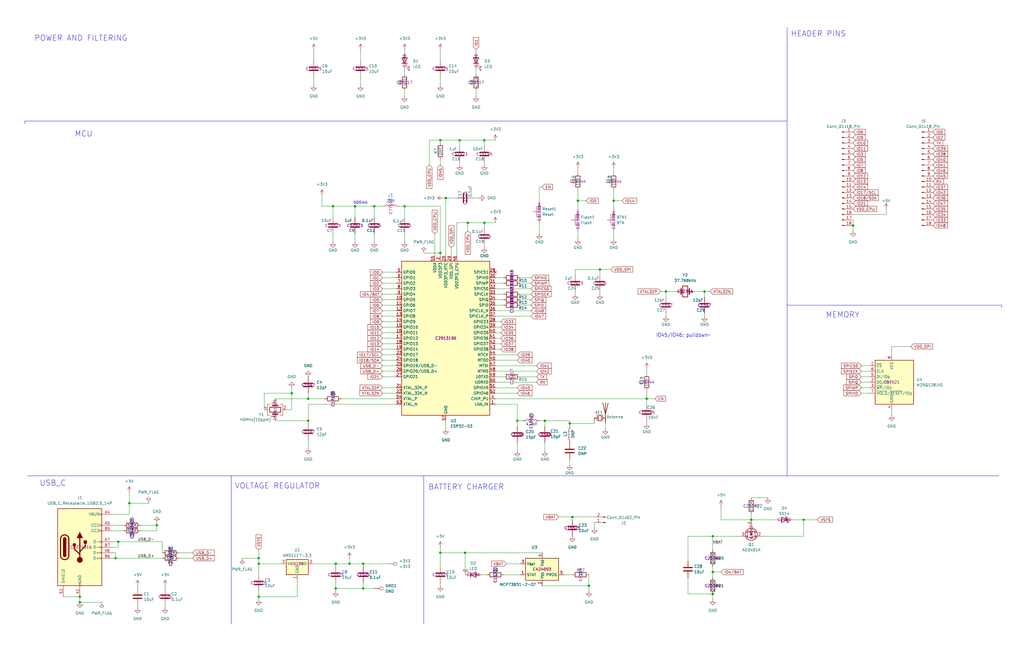
<source format=kicad_sch>
(kicad_sch (version 20250114) (generator "eeschema") (generator_version "9.0")
  (paper "User" 472.592 300.253)
  (text "USB_C" (at 24.384 223.266 0) (effects (font (size 2.54 2.54))))
  (text "MEMORY\n" (at 388.874 145.542 0) (effects (font (size 2.54 2.54))))
  (text "BATTERY CHARGER" (at 215.138 225.044 0) (effects (font (size 2.54 2.54))))
  (text "MCU\n" (at 38.608 61.976 0) (effects (font (size 2.54 2.54))))
  (text "HEADER PINS\n" (at 377.698 15.748 0) (effects (font (size 2.54 2.54))))
  (text "IO45/IO46: pulldown~~{}" (at 302.768 155.956 0) (effects (font (size 1.778 1.5113)) (justify left bottom)))
  (text "POWER AND FILTERING" (at 37.338 17.78 0) (effects (font (size 2.54 2.54))))
  (text "500mA\n" (at 166.37 93.726 0) (effects (font (size 1.27 1.27))))
  (text "VOLTAGE REGULATOR" (at 128.016 224.536 0) (effects (font (size 2.54 2.54))))
  (junction (at 161.29 260.35))
  (junction (at 283.21 92.71))
  (junction (at 36.83 275.59))
  (junction (at 370.84 240.03))
  (junction (at 142.24 184.15))
  (junction (at 298.45 184.15))
  (junction (at 223.52 64.77))
  (junction (at 36.83 278.13))
  (junction (at 134.62 181.61))
  (junction (at 212.09 64.77))
  (junction (at 328.93 264.16))
  (junction (at 215.9 102.87))
  (junction (at 119.38 275.59))
  (junction (at 203.2 255.27))
  (junction (at 307.34 134.62))
  (junction (at 264.16 238.76))
  (junction (at 72.39 242.57))
  (junction (at 328.93 274.32))
  (junction (at 167.64 271.78))
  (junction (at 163.83 95.25))
  (junction (at 271.78 270.51))
  (junction (at 203.2 64.77))
  (junction (at 328.93 247.65))
  (junction (at 223.52 102.87))
  (junction (at 142.24 194.31))
  (junction (at 53.34 257.81))
  (junction (at 154.94 260.35))
  (junction (at 153.67 95.25))
  (junction (at 203.2 116.84))
  (junction (at 238.76 194.31))
  (junction (at 54.61 250.19))
  (junction (at 167.64 260.35))
  (junction (at 251.46 194.31))
  (junction (at 214.63 255.27))
  (junction (at 119.38 257.81))
  (junction (at 186.69 95.25))
  (junction (at 119.38 260.35))
  (junction (at 393.7 104.14))
  (junction (at 266.7 92.71))
  (junction (at 325.12 134.62))
  (junction (at 276.86 124.46))
  (junction (at 262.89 195.58))
  (junction (at 172.72 95.25))
  (junction (at 154.94 271.78))
  (junction (at 205.74 91.44))
  (junction (at 59.69 232.41))
  (junction (at 346.71 240.03))
  (no_connect (at 228.6 125.73))
  (wire (pts (xy 127 193.04) (xy 127 194.31)))
  (wire (pts (xy 53.34 257.81) (xy 74.93 257.81)))
  (wire (pts (xy 262.89 212.09) (xy 262.89 214.63)))
  (wire (pts (xy 154.94 260.35) (xy 161.29 260.35)))
  (wire (pts (xy 283.21 92.71) (xy 283.21 96.52)))
  (wire (pts (xy 238.76 186.69) (xy 238.76 194.31)))
  (wire (pts (xy 53.34 255.27) (xy 53.34 257.81)))
  (wire (pts (xy 238.76 194.31) (xy 241.3 194.31)))
  (wire (pts (xy 266.7 92.71) (xy 266.7 96.52)))
  (wire (pts (xy 250.19 270.51) (xy 271.78 270.51)))
  (wire (pts (xy 228.6 161.29) (xy 231.14 161.29)))
  (wire (pts (xy 176.53 156.21) (xy 182.88 156.21)))
  (wire (pts (xy 52.07 250.19) (xy 54.61 250.19)))
  (wire (pts (xy 411.48 163.83) (xy 411.48 160.02)))
  (polyline (pts (xy 363.22 12.7) (xy 363.22 219.71)))
  (wire (pts (xy 205.74 118.11) (xy 205.74 91.44)))
  (wire (pts (xy 228.6 163.83) (xy 238.76 163.83)))
  (wire (pts (xy 54.61 250.19) (xy 74.93 250.19)))
  (wire (pts (xy 283.21 77.47) (xy 283.21 80.01)))
  (wire (pts (xy 228.6 171.45) (xy 247.65 171.45)))
  (polyline (pts (xy 363.22 140.97) (xy 462.28 140.97)))
  (wire (pts (xy 176.53 171.45) (xy 182.88 171.45)))
  (wire (pts (xy 228.6 153.67) (xy 231.14 153.67)))
  (wire (pts (xy 223.52 76.2) (xy 223.52 74.93)))
  (wire (pts (xy 219.71 41.91) (xy 219.71 44.45)))
  (polyline (pts (xy 12.7 219.71) (xy 461.01 219.71)))
  (wire (pts (xy 251.46 196.85) (xy 251.46 194.31)))
  (wire (pts (xy 228.6 151.13) (xy 231.14 151.13)))
  (wire (pts (xy 228.6 146.05) (xy 245.11 146.05)))
  (wire (pts (xy 328.93 247.65) (xy 328.93 254)))
  (wire (pts (xy 325.12 134.62) (xy 327.66 134.62)))
  (wire (pts (xy 265.43 135.89) (xy 265.43 134.62)))
  (wire (pts (xy 176.53 153.67) (xy 182.88 153.67)))
  (wire (pts (xy 266.7 87.63) (xy 266.7 92.71)))
  (wire (pts (xy 317.5 259.08) (xy 317.5 247.65)))
  (wire (pts (xy 397.51 168.91) (xy 401.32 168.91)))
  (wire (pts (xy 176.53 179.07) (xy 182.88 179.07)))
  (wire (pts (xy 208.28 114.3) (xy 208.28 118.11)))
  (wire (pts (xy 283.21 92.71) (xy 287.02 92.71)))
  (wire (pts (xy 228.6 168.91) (xy 247.65 168.91)))
  (wire (pts (xy 63.5 270.51) (xy 63.5 271.78)))
  (wire (pts (xy 72.39 245.11) (xy 72.39 242.57)))
  (wire (pts (xy 52.07 245.11) (xy 57.15 245.11)))
  (wire (pts (xy 328.93 264.16) (xy 332.74 264.16)))
  (wire (pts (xy 240.03 135.89) (xy 245.11 135.89)))
  (wire (pts (xy 397.51 171.45) (xy 401.32 171.45)))
  (wire (pts (xy 228.6 184.15) (xy 298.45 184.15)))
  (polyline (pts (xy 462.28 140.97) (xy 462.28 142.24)))
  (wire (pts (xy 195.58 116.84) (xy 203.2 116.84)))
  (wire (pts (xy 203.2 73.66) (xy 203.2 76.2)))
  (wire (pts (xy 29.21 275.59) (xy 36.83 275.59)))
  (wire (pts (xy 144.78 22.86) (xy 144.78 27.94)))
  (wire (pts (xy 203.2 95.25) (xy 186.69 95.25)))
  (wire (pts (xy 307.34 137.16) (xy 307.34 134.62)))
  (wire (pts (xy 397.51 176.53) (xy 401.32 176.53)))
  (polyline (pts (xy 106.68 219.71) (xy 106.68 288.29)))
  (wire (pts (xy 298.45 186.69) (xy 298.45 184.15)))
  (wire (pts (xy 212.09 76.2) (xy 212.09 74.93)))
  (wire (pts (xy 393.7 99.06) (xy 408.94 99.06)))
  (wire (pts (xy 203.2 64.77) (xy 212.09 64.77)))
  (wire (pts (xy 393.7 106.68) (xy 393.7 104.14)) (stroke (width 0.1524)))
  (wire (pts (xy 176.53 128.27) (xy 182.88 128.27)))
  (wire (pts (xy 176.53 163.83) (xy 182.88 163.83)))
  (wire (pts (xy 205.74 91.44) (xy 210.82 91.44)))
  (wire (pts (xy 172.72 95.25) (xy 172.72 100.33)))
  (wire (pts (xy 137.16 275.59) (xy 119.38 275.59)))
  (wire (pts (xy 228.6 166.37) (xy 238.76 166.37)))
  (wire (pts (xy 248.92 102.87) (xy 248.92 107.95)))
  (wire (pts (xy 142.24 186.69) (xy 182.88 186.69)))
  (wire (pts (xy 262.89 195.58) (xy 262.89 194.31)))
  (wire (pts (xy 52.07 242.57) (xy 57.15 242.57)))
  (wire (pts (xy 228.6 173.99) (xy 232.41 173.99)))
  (wire (pts (xy 238.76 196.85) (xy 238.76 194.31)))
  (wire (pts (xy 176.53 143.51) (xy 182.88 143.51)))
  (wire (pts (xy 186.69 95.25) (xy 186.69 100.33)))
  (wire (pts (xy 119.38 260.35) (xy 119.38 265.43)))
  (wire (pts (xy 203.2 252.73) (xy 203.2 255.27)))
  (wire (pts (xy 223.52 105.41) (xy 223.52 102.87)))
  (wire (pts (xy 54.61 252.73) (xy 54.61 250.19)))
  (wire (pts (xy 157.48 184.15) (xy 182.88 184.15)))
  (wire (pts (xy 393.7 101.6) (xy 393.7 104.14)))
  (wire (pts (xy 137.16 267.97) (xy 137.16 275.59)))
  (wire (pts (xy 240.03 173.99) (xy 247.65 173.99)))
  (wire (pts (xy 240.03 138.43) (xy 245.11 138.43)))
  (wire (pts (xy 251.46 194.31) (xy 248.92 194.31)))
  (wire (pts (xy 161.29 260.35) (xy 167.64 260.35)))
  (wire (pts (xy 119.38 273.05) (xy 119.38 275.59)))
  (wire (pts (xy 176.53 130.81) (xy 182.88 130.81)))
  (wire (pts (xy 228.6 179.07) (xy 238.76 179.07)))
  (wire (pts (xy 307.34 146.05) (xy 307.34 144.78)))
  (wire (pts (xy 127 194.31) (xy 142.24 194.31)))
  (wire (pts (xy 325.12 137.16) (xy 325.12 134.62)))
  (wire (pts (xy 176.53 158.75) (xy 182.88 158.75)))
  (wire (pts (xy 176.53 151.13) (xy 182.88 151.13)))
  (wire (pts (xy 219.71 22.86) (xy 219.71 24.13)))
  (wire (pts (xy 186.69 111.76) (xy 186.69 107.95)))
  (wire (pts (xy 320.04 134.62) (xy 325.12 134.62)))
  (wire (pts (xy 167.64 260.35) (xy 167.64 261.62)))
  (wire (pts (xy 172.72 111.76) (xy 172.72 107.95)))
  (wire (pts (xy 298.45 172.72) (xy 298.45 170.18)))
  (wire (pts (xy 317.5 266.7) (xy 317.5 274.32)))
  (wire (pts (xy 397.51 173.99) (xy 401.32 173.99)))
  (wire (pts (xy 264.16 240.03) (xy 264.16 238.76)))
  (wire (pts (xy 167.64 260.35) (xy 179.07 260.35)))
  (wire (pts (xy 222.25 265.43) (xy 224.79 265.43)))
  (wire (pts (xy 328.93 276.86) (xy 328.93 274.32)))
  (wire (pts (xy 166.37 35.56) (xy 166.37 39.37)))
  (wire (pts (xy 279.4 198.12) (xy 279.4 195.58)))
  (wire (pts (xy 203.2 64.77) (xy 203.2 66.04)))
  (wire (pts (xy 228.6 133.35) (xy 245.11 133.35)))
  (wire (pts (xy 153.67 95.25) (xy 148.59 95.25)))
  (wire (pts (xy 127 184.15) (xy 142.24 184.15)))
  (wire (pts (xy 265.43 124.46) (xy 276.86 124.46)))
  (wire (pts (xy 238.76 204.47) (xy 238.76 208.28)))
  (wire (pts (xy 265.43 127) (xy 265.43 124.46)))
  (wire (pts (xy 228.6 158.75) (xy 231.14 158.75)))
  (wire (pts (xy 298.45 184.15) (xy 302.26 184.15)))
  (wire (pts (xy 163.83 95.25) (xy 163.83 100.33)))
  (wire (pts (xy 142.24 195.58) (xy 142.24 194.31)))
  (wire (pts (xy 240.03 140.97) (xy 245.11 140.97)))
  (wire (pts (xy 408.94 99.06) (xy 408.94 96.52)))
  (wire (pts (xy 251.46 204.47) (xy 251.46 208.28)))
  (wire (pts (xy 328.93 264.16) (xy 328.93 266.7)))
  (wire (pts (xy 176.53 161.29) (xy 182.88 161.29)))
  (wire (pts (xy 119.38 254) (xy 119.38 257.81)))
  (wire (pts (xy 121.92 181.61) (xy 134.62 181.61)))
  (wire (pts (xy 52.07 237.49) (xy 59.69 237.49)))
  (wire (pts (xy 52.07 257.81) (xy 53.34 257.81)))
  (wire (pts (xy 276.86 135.89) (xy 276.86 134.62)))
  (wire (pts (xy 72.39 242.57) (xy 72.39 241.3)))
  (wire (pts (xy 266.7 77.47) (xy 266.7 80.01)))
  (wire (pts (xy 260.35 265.43) (xy 264.16 265.43)))
  (wire (pts (xy 274.32 241.3) (xy 274.32 243.84)))
  (wire (pts (xy 186.69 41.91) (xy 186.69 44.45)))
  (wire (pts (xy 223.52 67.31) (xy 223.52 64.77)))
  (wire (pts (xy 215.9 102.87) (xy 215.9 106.68)))
  (wire (pts (xy 127 185.42) (xy 127 184.15)))
  (wire (pts (xy 240.03 130.81) (xy 245.11 130.81)))
  (wire (pts (xy 142.24 207.01) (xy 142.24 203.2)))
  (wire (pts (xy 176.53 133.35) (xy 182.88 133.35)))
  (wire (pts (xy 166.37 22.86) (xy 166.37 27.94)))
  (wire (pts (xy 317.5 274.32) (xy 328.93 274.32)))
  (wire (pts (xy 346.71 237.49) (xy 346.71 240.03)))
  (wire (pts (xy 214.63 255.27) (xy 203.2 255.27)))
  (wire (pts (xy 144.78 260.35) (xy 154.94 260.35)))
  (wire (pts (xy 203.2 35.56) (xy 203.2 39.37)))
  (wire (pts (xy 203.2 95.25) (xy 203.2 116.84)))
  (wire (pts (xy 262.89 195.58) (xy 274.32 195.58)))
  (wire (pts (xy 176.53 146.05) (xy 182.88 146.05)))
  (wire (pts (xy 176.53 168.91) (xy 182.88 168.91)))
  (wire (pts (xy 176.53 135.89) (xy 182.88 135.89)))
  (wire (pts (xy 176.53 173.99) (xy 182.88 173.99)))
  (wire (pts (xy 111.76 257.81) (xy 119.38 257.81)))
  (wire (pts (xy 276.86 124.46) (xy 281.94 124.46)))
  (wire (pts (xy 228.6 156.21) (xy 231.14 156.21)))
  (wire (pts (xy 346.71 229.87) (xy 354.33 229.87)))
  (wire (pts (xy 210.82 118.11) (xy 210.82 102.87)))
  (wire (pts (xy 228.6 128.27) (xy 232.41 128.27)))
  (wire (pts (xy 129.54 260.35) (xy 119.38 260.35)))
  (wire (pts (xy 298.45 195.58) (xy 298.45 194.31)))
  (wire (pts (xy 186.69 95.25) (xy 184.15 95.25)))
  (wire (pts (xy 121.92 189.23) (xy 121.92 181.61)))
  (wire (pts (xy 172.72 95.25) (xy 163.83 95.25)))
  (wire (pts (xy 228.6 138.43) (xy 232.41 138.43)))
  (wire (pts (xy 298.45 184.15) (xy 298.45 180.34)))
  (wire (pts (xy 134.62 189.23) (xy 132.08 189.23)))
  (wire (pts (xy 218.44 91.44) (xy 220.98 91.44)))
  (wire (pts (xy 142.24 186.69) (xy 142.24 194.31)))
  (wire (pts (xy 134.62 181.61) (xy 134.62 189.23)))
  (wire (pts (xy 36.83 278.13) (xy 46.99 278.13)))
  (wire (pts (xy 176.53 148.59) (xy 182.88 148.59)))
  (wire (pts (xy 74.93 250.19) (xy 74.93 255.27)))
  (wire (pts (xy 262.89 194.31) (xy 251.46 194.31)))
  (wire (pts (xy 63.5 279.4) (xy 63.5 280.67)))
  (wire (pts (xy 271.78 265.43) (xy 271.78 270.51)))
  (wire (pts (xy 82.55 257.81) (xy 88.9 257.81)))
  (wire (pts (xy 205.74 194.31) (xy 205.74 198.12)))
  (wire (pts (xy 228.6 148.59) (xy 231.14 148.59)))
  (wire (pts (xy 266.7 106.68) (xy 266.7 110.49)))
  (wire (pts (xy 228.6 140.97) (xy 232.41 140.97)))
  (wire (pts (xy 154.94 271.78) (xy 154.94 273.05)))
  (wire (pts (xy 228.6 176.53) (xy 247.65 176.53)))
  (wire (pts (xy 228.6 181.61) (xy 238.76 181.61)))
  (wire (pts (xy 328.93 261.62) (xy 328.93 264.16)))
  (polyline (pts (xy 195.58 219.71) (xy 195.58 288.29)))
  (wire (pts (xy 119.38 275.59) (xy 119.38 276.86)))
  (wire (pts (xy 64.77 242.57) (xy 72.39 242.57)))
  (wire (pts (xy 257.81 238.76) (xy 264.16 238.76)))
  (wire (pts (xy 176.53 138.43) (xy 182.88 138.43)))
  (wire (pts (xy 214.63 255.27) (xy 214.63 265.43)))
  (wire (pts (xy 228.6 186.69) (xy 238.76 186.69)))
  (wire (pts (xy 370.84 240.03) (xy 377.19 240.03)))
  (wire (pts (xy 370.84 247.65) (xy 370.84 240.03)))
  (wire (pts (xy 76.2 279.4) (xy 76.2 280.67)))
  (wire (pts (xy 154.94 260.35) (xy 154.94 261.62)))
  (wire (pts (xy 351.79 247.65) (xy 370.84 247.65)))
  (wire (pts (xy 223.52 114.3) (xy 223.52 113.03)))
  (wire (pts (xy 203.2 269.24) (xy 203.2 270.51)))
  (wire (pts (xy 370.84 240.03) (xy 365.76 240.03)))
  (wire (pts (xy 134.62 179.07) (xy 134.62 181.61)))
  (wire (pts (xy 411.48 189.23) (xy 411.48 191.77)))
  (wire (pts (xy 153.67 95.25) (xy 153.67 100.33)))
  (wire (pts (xy 248.92 86.36) (xy 250.19 86.36)))
  (wire (pts (xy 397.51 179.07) (xy 401.32 179.07)))
  (wire (pts (xy 332.74 233.68) (xy 332.74 240.03)))
  (wire (pts (xy 304.8 134.62) (xy 307.34 134.62)))
  (wire (pts (xy 248.92 92.71) (xy 248.92 86.36)))
  (wire (pts (xy 346.71 240.03) (xy 358.14 240.03)))
  (wire (pts (xy 161.29 257.81) (xy 161.29 260.35)))
  (wire (pts (xy 223.52 102.87) (xy 228.6 102.87)))
  (wire (pts (xy 167.64 269.24) (xy 167.64 271.78)))
  (wire (pts (xy 59.69 232.41) (xy 59.69 227.33)))
  (wire (pts (xy 144.78 35.56) (xy 144.78 39.37)))
  (wire (pts (xy 119.38 257.81) (xy 119.38 260.35)))
  (wire (pts (xy 411.48 160.02) (xy 420.37 160.02)))
  (wire (pts (xy 64.77 245.11) (xy 72.39 245.11)))
  (wire (pts (xy 332.74 240.03) (xy 346.71 240.03)))
  (wire (pts (xy 228.6 130.81) (xy 232.41 130.81)))
  (wire (pts (xy 228.6 143.51) (xy 245.11 143.51)))
  (wire (pts (xy 203.2 116.84) (xy 203.2 118.11)))
  (wire (pts (xy 219.71 31.75) (xy 219.71 34.29)))
  (wire (pts (xy 233.68 260.35) (xy 240.03 260.35)))
  (wire (pts (xy 163.83 95.25) (xy 153.67 95.25)))
  (wire (pts (xy 203.2 255.27) (xy 203.2 261.62)))
  (wire (pts (xy 276.86 127) (xy 276.86 124.46)))
  (wire (pts (xy 240.03 128.27) (xy 245.11 128.27)))
  (wire (pts (xy 283.21 87.63) (xy 283.21 92.71)))
  (wire (pts (xy 210.82 102.87) (xy 215.9 102.87)))
  (wire (pts (xy 176.53 140.97) (xy 182.88 140.97)))
  (wire (pts (xy 215.9 102.87) (xy 223.52 102.87)))
  (wire (pts (xy 36.83 275.59) (xy 36.83 278.13)))
  (wire (pts (xy 186.69 31.75) (xy 186.69 34.29)))
  (wire (pts (xy 283.21 106.68) (xy 283.21 110.49)))
  (wire (pts (xy 52.07 252.73) (xy 54.61 252.73)))
  (wire (pts (xy 325.12 146.05) (xy 325.12 144.78)))
  (wire (pts (xy 186.69 22.86) (xy 186.69 24.13)))
  (wire (pts (xy 52.07 255.27) (xy 53.34 255.27)))
  (wire (pts (xy 223.52 64.77) (xy 228.6 64.77)))
  (wire (pts (xy 148.59 95.25) (xy 148.59 90.17)))
  (wire (pts (xy 59.69 232.41) (xy 68.58 232.41)))
  (wire (pts (xy 200.66 107.95) (xy 200.66 118.11)))
  (wire (pts (xy 176.53 166.37) (xy 182.88 166.37)))
  (wire (pts (xy 264.16 238.76) (xy 274.32 238.76)))
  (wire (pts (xy 262.89 196.85) (xy 262.89 195.58)))
  (wire (pts (xy 176.53 181.61) (xy 182.88 181.61)))
  (wire (pts (xy 176.53 125.73) (xy 182.88 125.73)))
  (wire (pts (xy 82.55 255.27) (xy 88.9 255.27)))
  (wire (pts (xy 153.67 111.76) (xy 153.67 107.95)))
  (wire (pts (xy 198.12 64.77) (xy 203.2 64.77)))
  (wire (pts (xy 59.69 237.49) (xy 59.69 232.41)))
  (wire (pts (xy 167.64 271.78) (xy 154.94 271.78)))
  (polyline (pts (xy 11.43 55.88) (xy 11.43 57.15)))
  (wire (pts (xy 317.5 247.65) (xy 328.93 247.65)))
  (wire (pts (xy 212.09 67.31) (xy 212.09 64.77)))
  (wire (pts (xy 176.53 95.25) (xy 172.72 95.25)))
  (wire (pts (xy 142.24 181.61) (xy 142.24 184.15)))
  (wire (pts (xy 154.94 269.24) (xy 154.94 271.78)))
  (wire (pts (xy 205.74 91.44) (xy 204.47 91.44)))
  (polyline (pts (xy 363.22 55.88) (xy 11.43 55.88)))
  (wire (pts (xy 212.09 64.77) (xy 223.52 64.77)))
  (wire (pts (xy 228.6 135.89) (xy 232.41 135.89)))
  (wire (pts (xy 142.24 184.15) (xy 149.86 184.15)))
  (wire (pts (xy 163.83 111.76) (xy 163.83 107.95)))
  (wire (pts (xy 198.12 76.2) (xy 198.12 64.77)))
  (wire (pts (xy 328.93 247.65) (xy 341.63 247.65)))
  (wire (pts (xy 266.7 92.71) (xy 270.51 92.71)))
  (wire (pts (xy 76.2 270.51) (xy 76.2 271.78)))
  (wire (pts (xy 307.34 134.62) (xy 312.42 134.62)))
  (wire (pts (xy 232.41 265.43) (xy 240.03 265.43)))
  (wire (pts (xy 167.64 271.78) (xy 172.72 271.78)))
  (wire (pts (xy 397.51 181.61) (xy 401.32 181.61)))
  (wire (pts (xy 250.19 255.27) (xy 214.63 255.27)))
  (wire (pts (xy 203.2 22.86) (xy 203.2 27.94)))
  (wire (pts (xy 271.78 273.05) (xy 271.78 270.51)))
  (label "USB_D+" (at 63.5 257.81 0))
  (label "VBAT" (at 328.93 251.46 0))
  (label "USB_D-" (at 63.5 250.19 0))
  (global_label "SPID" (shape input) (at 245.11 140.97 0) (property "Intersheetrefs" "${INTERSHEET_REFS}" (effects (hide yes))))
  (global_label "IO13" (shape input) (at 393.7 83.82 0) (property "Intersheetrefs" "${INTERSHEET_REFS}" (effects (hide yes))))
  (global_label "SPIHD" (shape input) (at 245.11 128.27 0) (property "Intersheetrefs" "${INTERSHEET_REFS}" (effects (hide yes))))
  (global_label "VDD_CPU" (shape input) (at 393.7 96.52 0) (property "Intersheetrefs" "${INTERSHEET_REFS}" (effects (hide yes))))
  (global_label "VDD_SPI" (shape input) (at 208.28 114.3 90) (property "Intersheetrefs" "${INTERSHEET_REFS}" (effects (hide yes))))
  (global_label "IO11" (shape input) (at 176.53 153.67 180) (property "Intersheetrefs" "${INTERSHEET_REFS}" (effects (hide yes))))
  (global_label "XTAL32P" (shape input) (at 304.8 134.62 180) (property "Intersheetrefs" "${INTERSHEET_REFS}" (effects (hide yes))))
  (global_label "IO5" (shape input) (at 176.53 138.43 180) (property "Intersheetrefs" "${INTERSHEET_REFS}" (effects (hide yes))))
  (global_label "TX" (shape input) (at 247.65 173.99 0) (property "Intersheetrefs" "${INTERSHEET_REFS}" (effects (hide yes))))
  (global_label "IO3" (shape input) (at 176.53 133.35 180) (property "Intersheetrefs" "${INTERSHEET_REFS}" (effects (hide yes))))
  (global_label "IO39" (shape input) (at 430.53 68.58 0) (property "Intersheetrefs" "${INTERSHEET_REFS}" (effects (hide yes))))
  (global_label "IO5" (shape input) (at 393.7 73.66 0) (property "Intersheetrefs" "${INTERSHEET_REFS}" (effects (hide yes))))
  (global_label "SPICS0" (shape input) (at 397.51 168.91 180) (property "Intersheetrefs" "${INTERSHEET_REFS}" (effects (hide yes))))
  (global_label "IO2" (shape input) (at 176.53 130.81 180) (property "Intersheetrefs" "${INTERSHEET_REFS}" (effects (hide yes))))
  (global_label "IO45" (shape input) (at 203.2 76.2 270) (property "Intersheetrefs" "${INTERSHEET_REFS}" (effects (hide yes))))
  (global_label "EN" (shape input) (at 250.19 86.36 0) (property "Intersheetrefs" "${INTERSHEET_REFS}" (effects (hide yes))))
  (global_label "IO9" (shape input) (at 393.7 63.5 0) (property "Intersheetrefs" "${INTERSHEET_REFS}" (effects (hide yes))))
  (global_label "IO8" (shape input) (at 176.53 146.05 180) (property "Intersheetrefs" "${INTERSHEET_REFS}" (effects (hide yes))))
  (global_label "IO46" (shape input) (at 238.76 181.61 0) (property "Intersheetrefs" "${INTERSHEET_REFS}" (effects (hide yes))))
  (global_label "SPIWP" (shape input) (at 245.11 130.81 0) (property "Intersheetrefs" "${INTERSHEET_REFS}" (effects (hide yes))))
  (global_label "SPIHD" (shape input) (at 397.51 181.61 180) (property "Intersheetrefs" "${INTERSHEET_REFS}" (effects (hide yes))))
  (global_label "IO7" (shape input) (at 393.7 76.2 0) (property "Intersheetrefs" "${INTERSHEET_REFS}" (effects (hide yes))))
  (global_label "IO40" (shape input) (at 430.53 73.66 0) (property "Intersheetrefs" "${INTERSHEET_REFS}" (effects (hide yes))))
  (global_label "IO47" (shape input) (at 430.53 93.98 0) (property "Intersheetrefs" "${INTERSHEET_REFS}" (effects (hide yes))))
  (global_label "IO10" (shape input) (at 176.53 151.13 180) (property "Intersheetrefs" "${INTERSHEET_REFS}" (effects (hide yes))))
  (global_label "SPID" (shape input) (at 397.51 173.99 180) (property "Intersheetrefs" "${INTERSHEET_REFS}" (effects (hide yes))))
  (global_label "IO41" (shape input) (at 430.53 76.2 0) (property "Intersheetrefs" "${INTERSHEET_REFS}" (effects (hide yes))))
  (global_label "IO0" (shape input) (at 176.53 125.73 180) (property "Intersheetrefs" "${INTERSHEET_REFS}" (effects (hide yes))))
  (global_label "IO3" (shape input) (at 393.7 71.12 0) (property "Intersheetrefs" "${INTERSHEET_REFS}" (effects (hide yes))))
  (global_label "EN" (shape input) (at 302.26 184.15 0) (property "Intersheetrefs" "${INTERSHEET_REFS}" (effects (hide yes))))
  (global_label "IO2" (shape input) (at 430.53 63.5 0) (property "Intersheetrefs" "${INTERSHEET_REFS}" (effects (hide yes))))
  (global_label "IO35" (shape input) (at 430.53 96.52 0) (property "Intersheetrefs" "${INTERSHEET_REFS}" (effects (hide yes))))
  (global_label "IO9" (shape input) (at 176.53 148.59 180) (property "Intersheetrefs" "${INTERSHEET_REFS}" (effects (hide yes))))
  (global_label "IO33" (shape input) (at 231.14 148.59 0) (property "Intersheetrefs" "${INTERSHEET_REFS}" (effects (hide yes))))
  (global_label "IO4{slash}BAT" (shape input) (at 332.74 264.16 0) (property "Intersheetrefs" "${INTERSHEET_REFS}" (effects (hide yes))))
  (global_label "VSYS" (shape input) (at 377.19 240.03 0) (property "Intersheetrefs" "${INTERSHEET_REFS}" (effects (hide yes))))
  (global_label "IO17{slash}SCL" (shape input) (at 393.7 88.9 0) (property "Intersheetrefs" "${INTERSHEET_REFS}" (effects (hide yes))))
  (global_label "TX" (shape input) (at 430.53 66.04 0) (property "Intersheetrefs" "${INTERSHEET_REFS}" (effects (hide yes))))
  (global_label "IO14" (shape input) (at 287.02 92.71 0) (property "Intersheetrefs" "${INTERSHEET_REFS}" (effects (hide yes))))
  (global_label "IO21" (shape input) (at 176.53 173.99 180) (property "Intersheetrefs" "${INTERSHEET_REFS}" (effects (hide yes))))
  (global_label "SPIQ" (shape input) (at 397.51 176.53 180) (property "Intersheetrefs" "${INTERSHEET_REFS}" (effects (hide yes))))
  (global_label "IO36" (shape input) (at 231.14 156.21 0) (property "Intersheetrefs" "${INTERSHEET_REFS}" (effects (hide yes))))
  (global_label "IO11" (shape input) (at 393.7 68.58 0) (property "Intersheetrefs" "${INTERSHEET_REFS}" (effects (hide yes))))
  (global_label "VBAT" (shape input) (at 257.81 238.76 180) (property "Intersheetrefs" "${INTERSHEET_REFS}" (effects (hide yes))))
  (global_label "SPIWP" (shape input) (at 397.51 179.07 180) (property "Intersheetrefs" "${INTERSHEET_REFS}" (effects (hide yes))))
  (global_label "XTAL32P" (shape input) (at 176.53 179.07 180) (property "Intersheetrefs" "${INTERSHEET_REFS}" (effects (hide yes))))
  (global_label "RX" (shape input) (at 430.53 83.82 0) (property "Intersheetrefs" "${INTERSHEET_REFS}" (effects (hide yes))))
  (global_label "IO6" (shape input) (at 176.53 140.97 180) (property "Intersheetrefs" "${INTERSHEET_REFS}" (effects (hide yes))))
  (global_label "IO7" (shape input) (at 176.53 143.51 180) (property "Intersheetrefs" "${INTERSHEET_REFS}" (effects (hide yes))))
  (global_label "IO46" (shape input) (at 430.53 78.74 0) (property "Intersheetrefs" "${INTERSHEET_REFS}" (effects (hide yes))))
  (global_label "VDD_CPU" (shape input) (at 198.12 76.2 270) (property "Intersheetrefs" "${INTERSHEET_REFS}" (effects (hide yes))))
  (global_label "IO1" (shape input) (at 219.71 22.86 90) (property "Intersheetrefs" "${INTERSHEET_REFS}" (effects (hide yes))))
  (global_label "IO6" (shape input) (at 393.7 60.96 0) (property "Intersheetrefs" "${INTERSHEET_REFS}" (effects (hide yes))))
  (global_label "VDD_SPI" (shape input) (at 281.94 124.46 0) (property "Intersheetrefs" "${INTERSHEET_REFS}" (effects (hide yes))))
  (global_label "VDD_SPI" (shape input) (at 420.37 160.02 0) (property "Intersheetrefs" "${INTERSHEET_REFS}" (effects (hide yes))))
  (global_label "IO47" (shape input) (at 245.11 146.05 0) (property "Intersheetrefs" "${INTERSHEET_REFS}" (effects (hide yes))))
  (global_label "IO42" (shape input) (at 430.53 88.9 0) (property "Intersheetrefs" "${INTERSHEET_REFS}" (effects (hide yes))))
  (global_label "IO8" (shape input) (at 393.7 78.74 0) (property "Intersheetrefs" "${INTERSHEET_REFS}" (effects (hide yes))))
  (global_label "IO17{slash}SCL" (shape input) (at 176.53 163.83 180) (property "Intersheetrefs" "${INTERSHEET_REFS}" (effects (hide yes))))
  (global_label "IO35" (shape input) (at 231.14 153.67 0) (property "Intersheetrefs" "${INTERSHEET_REFS}" (effects (hide yes))))
  (global_label "IO12" (shape input) (at 176.53 156.21 180) (property "Intersheetrefs" "${INTERSHEET_REFS}" (effects (hide yes))))
  (global_label "IO18{slash}SDA" (shape input) (at 176.53 166.37 180) (property "Intersheetrefs" "${INTERSHEET_REFS}" (effects (hide yes))))
  (global_label "VDD_CPU" (shape input) (at 200.66 107.95 90) (property "Intersheetrefs" "${INTERSHEET_REFS}" (effects (hide yes))))
  (global_label "IO40" (shape input) (at 238.76 166.37 0) (property "Intersheetrefs" "${INTERSHEET_REFS}" (effects (hide yes))))
  (global_label "IO39" (shape input) (at 238.76 163.83 0) (property "Intersheetrefs" "${INTERSHEET_REFS}" (effects (hide yes))))
  (global_label "IO48" (shape input) (at 245.11 143.51 0) (property "Intersheetrefs" "${INTERSHEET_REFS}" (effects (hide yes))))
  (global_label "IO4{slash}BAT" (shape input) (at 176.53 135.89 180) (property "Intersheetrefs" "${INTERSHEET_REFS}" (effects (hide yes))))
  (global_label "IO21" (shape input) (at 393.7 93.98 0) (property "Intersheetrefs" "${INTERSHEET_REFS}" (effects (hide yes))))
  (global_label "SPISCK" (shape input) (at 397.51 171.45 180) (property "Intersheetrefs" "${INTERSHEET_REFS}" (effects (hide yes))))
  (global_label "IO14" (shape input) (at 393.7 86.36 0) (property "Intersheetrefs" "${INTERSHEET_REFS}" (effects (hide yes))))
  (global_label "IO45" (shape input) (at 238.76 179.07 0) (property "Intersheetrefs" "${INTERSHEET_REFS}" (effects (hide yes))))
  (global_label "IO13" (shape input) (at 176.53 158.75 180) (property "Intersheetrefs" "${INTERSHEET_REFS}" (effects (hide yes))))
  (global_label "IO38" (shape input) (at 430.53 71.12 0) (property "Intersheetrefs" "${INTERSHEET_REFS}" (effects (hide yes))))
  (global_label "USB_D-" (shape input) (at 176.53 168.91 180) (property "Intersheetrefs" "${INTERSHEET_REFS}" (effects (hide yes))))
  (global_label "IO41" (shape input) (at 247.65 168.91 0) (property "Intersheetrefs" "${INTERSHEET_REFS}" (effects (hide yes))))
  (global_label "IO36" (shape input) (at 430.53 91.44 0) (property "Intersheetrefs" "${INTERSHEET_REFS}" (effects (hide yes))))
  (global_label "IO18{slash}SDA" (shape input) (at 393.7 91.44 0) (property "Intersheetrefs" "${INTERSHEET_REFS}" (effects (hide yes))))
  (global_label "VBAT" (shape input) (at 233.68 260.35 180) (property "Intersheetrefs" "${INTERSHEET_REFS}" (effects (hide yes))))
  (global_label "VSYS" (shape input) (at 119.38 254 90) (property "Intersheetrefs" "${INTERSHEET_REFS}" (effects (hide yes))))
  (global_label "IO34" (shape input) (at 231.14 151.13 0) (property "Intersheetrefs" "${INTERSHEET_REFS}" (effects (hide yes))))
  (global_label "IO0" (shape input) (at 270.51 92.71 0) (property "Intersheetrefs" "${INTERSHEET_REFS}" (effects (hide yes))))
  (global_label "IO48" (shape input) (at 430.53 104.14 0) (property "Intersheetrefs" "${INTERSHEET_REFS}" (effects (hide yes))))
  (global_label "IO1" (shape input) (at 176.53 128.27 180) (property "Intersheetrefs" "${INTERSHEET_REFS}" (effects (hide yes))))
  (global_label "USB_D+" (shape input) (at 176.53 171.45 180) (property "Intersheetrefs" "${INTERSHEET_REFS}" (effects (hide yes))))
  (global_label "IO45" (shape input) (at 430.53 81.28 0) (property "Intersheetrefs" "${INTERSHEET_REFS}" (effects (hide yes))))
  (global_label "VDD_CPU" (shape input) (at 215.9 106.68 270) (property "Intersheetrefs" "${INTERSHEET_REFS}" (effects (hide yes))))
  (global_label "IO14" (shape input) (at 176.53 161.29 180) (property "Intersheetrefs" "${INTERSHEET_REFS}" (effects (hide yes))))
  (global_label "USB_D+" (shape input) (at 88.9 257.81 0) (property "Intersheetrefs" "${INTERSHEET_REFS}" (effects (hide yes))))
  (global_label "SPISCK" (shape input) (at 245.11 135.89 0) (property "Intersheetrefs" "${INTERSHEET_REFS}" (effects (hide yes))))
  (global_label "USB_D-" (shape input) (at 88.9 255.27 0) (property "Intersheetrefs" "${INTERSHEET_REFS}" (effects (hide yes))))
  (global_label "IO37" (shape input) (at 430.53 86.36 0) (property "Intersheetrefs" "${INTERSHEET_REFS}" (effects (hide yes))))
  (global_label "SPIQ" (shape input) (at 245.11 138.43 0) (property "Intersheetrefs" "${INTERSHEET_REFS}" (effects (hide yes))))
  (global_label "IO34" (shape input) (at 430.53 99.06 0) (property "Intersheetrefs" "${INTERSHEET_REFS}" (effects (hide yes))))
  (global_label "XTAL32N" (shape input) (at 176.53 181.61 180) (property "Intersheetrefs" "${INTERSHEET_REFS}" (effects (hide yes))))
  (global_label "IO0" (shape input) (at 430.53 60.96 0) (property "Intersheetrefs" "${INTERSHEET_REFS}" (effects (hide yes))))
  (global_label "IO38" (shape input) (at 231.14 161.29 0) (property "Intersheetrefs" "${INTERSHEET_REFS}" (effects (hide yes))))
  (global_label "IO12" (shape input) (at 393.7 81.28 0) (property "Intersheetrefs" "${INTERSHEET_REFS}" (effects (hide yes))))
  (global_label "IO42" (shape input) (at 247.65 171.45 0) (property "Intersheetrefs" "${INTERSHEET_REFS}" (effects (hide yes))))
  (global_label "XTAL32N" (shape input) (at 327.66 134.62 0) (property "Intersheetrefs" "${INTERSHEET_REFS}" (effects (hide yes))))
  (global_label "RX" (shape input) (at 247.65 176.53 0) (property "Intersheetrefs" "${INTERSHEET_REFS}" (effects (hide yes))))
  (global_label "IO10" (shape input) (at 393.7 66.04 0) (property "Intersheetrefs" "${INTERSHEET_REFS}" (effects (hide yes))))
  (global_label "IO37" (shape input) (at 231.14 158.75 0) (property "Intersheetrefs" "${INTERSHEET_REFS}" (effects (hide yes))))
  (global_label "IO33" (shape input) (at 430.53 101.6 0) (property "Intersheetrefs" "${INTERSHEET_REFS}" (effects (hide yes))))
  (global_label "SPICS0" (shape input) (at 245.11 133.35 0) (property "Intersheetrefs" "${INTERSHEET_REFS}" (effects (hide yes))))
  (symbol (lib_id "Device:C") (at 167.64 265.43 0) (unit 1)
    (property "Reference" "C11" (at 170.434 264.16 0) (effects (justify left)))
    (property "Value" "0.1uF" (at 170.434 266.7 0) (effects (justify left)))
    (property "Footprint" "Capacitor_SMD:C_0402_1005Metric" (effects (hide yes)))
    (property "Description" "Unpolarized capacitor" (effects (hide yes)))
    (property "MNF PART NUMBER" "C1525" (at 167.64 265.43 0))
  )
  (symbol (lib_id "Device:Antenna_Chip") (at 276.86 193.04 0) (unit 1)
    (property "Reference" "AE1" (at 274.574 190.5 0) (effects (justify left)))
    (property "Value" "Antenna" (at 279.908 192.532 0) (effects (justify left)))
    (property "Footprint" "RF_Antenna:Texas_SWRA117D_2.4GHz_Left" (effects (hide yes)))
    (property "Description" "Ceramic chip antenna with pin for PCB trace" (effects (hide yes)))
  )
  (symbol (lib_id "Device:C") (at 212.09 71.12 180) (unit 1)
    (property "Reference" "C16" (at 210.566 73.406 0))
    (property "Value" "1uF" (at 209.042 68.834 0))
    (property "Footprint" "Capacitor_SMD:C_0402_1005Metric" (effects (hide yes)))
    (property "Description" "Unpolarized capacitor" (effects (hide yes)))
    (property "MNF PART NUMBER" "C52923" (at 212.09 71.12 0))
  )
  (symbol (lib_id "power:GND") (at 274.32 243.84 0) (unit 1)
    (property "Reference" "#PWR047" (effects (hide yes)))
    (property "Value" "GND" (at 274.32 248.92 0))
    (property "Description" "Power symbol creates a global label with name \"GND\" , ground" (effects (hide yes)))
  )
  (symbol (lib_id "power:GND") (at 142.24 173.99 180) (unit 1)
    (property "Reference" "#PWR010" (effects (hide yes)))
    (property "Value" "GND" (at 142.24 168.91 0))
    (property "Description" "Power symbol creates a global label with name \"GND\" , ground" (effects (hide yes)))
  )
  (symbol (lib_id "Device:R") (at 203.2 69.85 0) (unit 1)
    (property "Reference" "R7" (at 201.168 71.12 90) (effects (justify left)))
    (property "Value" "DNP" (at 203.2 71.882 90) (effects (justify left)))
    (property "Footprint" "Resistor_SMD:R_0402_1005Metric" (effects (hide yes)))
    (property "Description" "Resistor" (effects (hide yes)))
  )
  (symbol (lib_id "Connector:Conn_01x02_Pin") (at 279.4 241.3 180) (unit 1)
    (property "Reference" "J2" (at 287.782 241.554 0))
    (property "Value" "Conn_01x02_Pin" (at 287.782 239.014 0))
    (property "Footprint" "Connector_PinSocket_2.54mm:PinSocket_1x02_P2.54mm_Vertical" (effects (hide yes)))
    (property "Description" "Generic connector, single row, 01x02, script generated" (effects (hide yes)))
  )
  (symbol (lib_id "Device:C") (at 251.46 200.66 0) (unit 1)
    (property "Reference" "C21" (at 254 199.136 0) (effects (justify left)))
    (property "Value" "15pF" (at 254 201.676 0) (effects (justify left)))
    (property "Footprint" "Capacitor_SMD:C_0402_1005Metric" (effects (hide yes)))
    (property "Description" "Unpolarized capacitor" (effects (hide yes)))
    (property "MNF PART NUMBER" "C1548" (at 251.46 200.66 0))
  )
  (symbol (lib_id "Device:R") (at 78.74 257.81 270) (unit 1)
    (property "Reference" "R4" (at 78.74 259.842 90))
    (property "Value" "33R" (at 78.486 257.81 90))
    (property "Footprint" "Resistor_SMD:R_0402_1005Metric" (effects (hide yes)))
    (property "Description" "Resistor" (effects (hide yes)))
    (property "MNF PART NUMBER" "C25105" (at 78.74 257.81 0))
  )
  (symbol (lib_id "Device:C") (at 203.2 31.75 0) (unit 1)
    (property "Reference" "C14" (at 207.01 30.4799 0) (effects (justify left)))
    (property "Value" "10uF" (at 207.01 33.0199 0) (effects (justify left)))
    (property "Footprint" "Capacitor_SMD:C_0402_1005Metric" (effects (hide yes)))
    (property "Description" "Unpolarized capacitor" (effects (hide yes)))
    (property "MNF PART NUMBER" "C15525" (at 203.2 31.75 0))
  )
  (symbol (lib_id "power:+3V3") (at 266.7 77.47 0) (unit 1)
    (property "Reference" "#PWR044" (effects (hide yes)))
    (property "Value" "+3V3" (at 266.7 72.39 0))
    (property "Description" "Power symbol creates a global label with name \"+3V3\"" (effects (hide yes)))
  )
  (symbol (lib_id "Device:C") (at 203.2 265.43 0) (unit 1)
    (property "Reference" "C15" (at 205.994 264.16 0) (effects (justify left)))
    (property "Value" "10uF" (at 205.994 266.7 0) (effects (justify left)))
    (property "Footprint" "Capacitor_SMD:C_0402_1005Metric" (effects (hide yes)))
    (property "Description" "Unpolarized capacitor" (effects (hide yes)))
    (property "MNF PART NUMBER" "C15525" (at 203.2 265.43 0))
  )
  (symbol (lib_id "power:GND") (at 186.69 44.45 0) (unit 1)
    (property "Reference" "#PWR023" (effects (hide yes)))
    (property "Value" "GND" (at 186.69 49.53 0))
    (property "Description" "Power symbol creates a global label with name \"GND\" , ground" (effects (hide yes)))
  )
  (symbol (lib_id "Device:LED") (at 219.71 27.94 90) (unit 1)
    (property "Reference" "D3" (at 223.52 28.2574 90) (effects (justify right)))
    (property "Value" "LED" (at 223.52 30.7974 90) (effects (justify right)))
    (property "Footprint" "LED_SMD:LED_0603_1608Metric" (effects (hide yes)))
    (property "Description" "Light emitting diode" (effects (hide yes)))
    (property "Sim.Pins" "1=K 2=A" (effects (hide yes)))
    (property "MNF PART NUMBER" "C2286" (at 219.71 27.94 0))
  )
  (symbol (lib_id "power:GND") (at 276.86 135.89 0) (unit 1)
    (property "Reference" "#PWR048" (effects (hide yes)))
    (property "Value" "GND" (at 276.86 139.7 0))
    (property "Description" "Power symbol creates a global label with name \"GND\" , ground" (effects (hide yes)))
  )
  (symbol (lib_id "power:+5V") (at 63.5 270.51 0) (unit 1)
    (property "Reference" "#PWR03" (effects (hide yes)))
    (property "Value" "+5V" (at 63.5 265.43 0))
    (property "Description" "Power symbol creates a global label with name \"+5V\"" (effects (hide yes)))
  )
  (symbol (lib_id "power:+3V3") (at 203.2 22.86 0) (unit 1)
    (property "Reference" "#PWR025" (effects (hide yes)))
    (property "Value" "+3V3" (at 203.2 17.78 0))
    (property "Description" "Power symbol creates a global label with name \"+3V3\"" (effects (hide yes)))
  )
  (symbol (lib_id "Device:C") (at 154.94 265.43 0) (unit 1)
    (property "Reference" "C8" (at 157.734 264.16 0) (effects (justify left)))
    (property "Value" "10uF" (at 157.734 266.7 0) (effects (justify left)))
    (property "Footprint" "Capacitor_SMD:C_0402_1005Metric" (effects (hide yes)))
    (property "Description" "Unpolarized capacitor" (effects (hide yes)))
    (property "MNF PART NUMBER" "C15525" (at 154.94 265.43 0))
  )
  (symbol (lib_id "power:GND") (at 186.69 111.76 0) (unit 1)
    (property "Reference" "#PWR024" (effects (hide yes)))
    (property "Value" "GND" (at 186.69 115.57 0))
    (property "Description" "Power symbol creates a global label with name \"GND\" , ground" (effects (hide yes)))
  )
  (symbol (lib_id "power:GND") (at 163.83 111.76 0) (unit 1)
    (property "Reference" "#PWR018" (effects (hide yes)))
    (property "Value" "GND" (at 163.83 115.57 0))
    (property "Description" "Power symbol creates a global label with name \"GND\" , ground" (effects (hide yes)))
  )
  (symbol (lib_id "power:GND") (at 142.24 207.01 0) (unit 1)
    (property "Reference" "#PWR011" (effects (hide yes)))
    (property "Value" "GND" (at 142.24 212.09 0))
    (property "Description" "Power symbol creates a global label with name \"GND\" , ground" (effects (hide yes)))
  )
  (symbol (lib_id "Device:LED") (at 218.44 265.43 0) (mirror x) (unit 1)
    (property "Reference" "D2" (at 218.44 260.096 0))
    (property "Value" "LED" (at 218.44 262.636 0))
    (property "Footprint" "LED_SMD:LED_0603_1608Metric" (effects (hide yes)))
    (property "Description" "Light emitting diode" (effects (hide yes)))
    (property "Sim.Pins" "1=K 2=A" (effects (hide yes)))
    (property "MNF PART NUMBER" "C2286" (at 218.44 265.43 0))
  )
  (symbol (lib_id "power:GND") (at 393.7 106.68 0) (unit 1)
    (property "Reference" "#PWR060" (effects (hide yes)))
    (property "Value" "GND" (at 393.7 111.76 0))
  )
  (symbol (lib_id "power:GND") (at 72.39 241.3 180) (unit 1)
    (property "Reference" "#PWR05" (effects (hide yes)))
    (property "Value" "GND" (at 72.39 236.22 0))
    (property "Description" "Power symbol creates a global label with name \"GND\" , ground" (effects (hide yes)))
  )
  (symbol (lib_id "Device:L") (at 180.34 95.25 90) (unit 1)
    (property "Reference" "L1" (at 180.34 90.17 90))
    (property "Value" "2nH" (at 180.34 92.71 90))
    (property "Footprint" "Inductor_SMD:L_0402_1005Metric" (effects (hide yes)))
    (property "Description" "Inductor" (effects (hide yes)))
    (property "MNF PART NUMBER" "C77103" (at 180.34 95.25 0))
  )
  (symbol (lib_id "Device:R") (at 267.97 265.43 90) (unit 1)
    (property "Reference" "R17" (at 267.97 263.398 90))
    (property "Value" "2K" (at 267.97 265.43 90))
    (property "Footprint" "Resistor_SMD:R_0402_1005Metric" (effects (hide yes)))
    (property "Description" "Resistor" (effects (hide yes)))
    (property "MNF PART NUMBER" "C4109" (at 267.97 265.43 0))
  )
  (symbol (lib_id "Device:C") (at 166.37 31.75 0) (unit 1)
    (property "Reference" "C10" (at 170.18 30.4799 0) (effects (justify left)))
    (property "Value" "10uF" (at 170.18 33.0199 0) (effects (justify left)))
    (property "Footprint" "Capacitor_SMD:C_0402_1005Metric" (effects (hide yes)))
    (property "Description" "Unpolarized capacitor" (effects (hide yes)))
    (property "MNF PART NUMBER" "C15525" (at 166.37 31.75 0))
  )
  (symbol (lib_id "power:GND") (at 166.37 39.37 0) (unit 1)
    (property "Reference" "#PWR020" (effects (hide yes)))
    (property "Value" "GND" (at 166.37 44.45 0))
    (property "Description" "Power symbol creates a global label with name \"GND\" , ground" (effects (hide yes)))
  )
  (symbol (lib_id "Device:R") (at 186.69 38.1 0) (unit 1)
    (property "Reference" "R6" (at 184.658 39.37 90) (effects (justify left)))
    (property "Value" "470" (at 186.944 39.878 90) (effects (justify left)))
    (property "Footprint" "Resistor_SMD:R_0402_1005Metric" (effects (hide yes)))
    (property "Description" "Resistor" (effects (hide yes)))
    (property "MNF PART NUMBER" "C25117" (at 186.69 38.1 0))
  )
  (symbol (lib_id "Device:Crystal") (at 316.23 134.62 0) (unit 1)
    (property "Reference" "Y2" (at 316.23 127 0))
    (property "Value" "37.768kHz" (at 316.23 129.54 0))
    (property "Footprint" "Crystal:Crystal_SMD_3215-2Pin_3.2x1.5mm" (effects (hide yes)))
    (property "Description" "Two pin crystal" (effects (hide yes)))
    (property "MNF PART NUMBER" "C32346" (at 316.23 134.62 0))
  )
  (symbol (lib_id "power:GND") (at 63.5 280.67 0) (unit 1)
    (property "Reference" "#PWR04" (effects (hide yes)))
    (property "Value" "GND" (at 63.5 285.75 0))
    (property "Description" "Power symbol creates a global label with name \"GND\" , ground" (effects (hide yes)))
  )
  (symbol (lib_id "power:+5V") (at 203.2 252.73 0) (unit 1)
    (property "Reference" "#PWR027" (effects (hide yes)))
    (property "Value" "+5V" (at 203.2 247.65 0))
    (property "Description" "Power symbol creates a global label with name \"+5V\"" (effects (hide yes)))
  )
  (symbol (lib_id "power:GND") (at 154.94 273.05 0) (unit 1)
    (property "Reference" "#PWR016" (effects (hide yes)))
    (property "Value" "GND" (at 154.94 278.13 0))
    (property "Description" "Power symbol creates a global label with name \"GND\" , ground" (effects (hide yes)))
  )
  (symbol (lib_id "Device:R") (at 328.93 257.81 0) (unit 1)
    (property "Reference" "R20" (at 330.2 257.81 0) (effects (justify left)))
    (property "Value" "200K" (at 328.93 260.35 90) (effects (justify left)))
    (property "Footprint" "Resistor_SMD:R_0402_1005Metric" (effects (hide yes)))
    (property "Description" "Resistor" (effects (hide yes)))
    (property "MNF PART NUMBER" "C25764" (at 328.93 257.81 0))
  )
  (symbol (lib_id "power:GND") (at 265.43 135.89 0) (unit 1)
    (property "Reference" "#PWR043" (effects (hide yes)))
    (property "Value" "GND" (at 265.43 139.7 0))
    (property "Description" "Power symbol creates a global label with name \"GND\" , ground" (effects (hide yes)))
  )
  (symbol (lib_id "Transistor_FET:AO3401A") (at 346.71 245.11 90) (mirror x) (unit 1)
    (property "Reference" "Q1" (at 346.71 251.46 90))
    (property "Value" "AO3401A" (at 346.71 254 90))
    (property "Footprint" "Package_TO_SOT_SMD:SOT-23" (effects (hide yes)))
    (property "Datasheet" "http://www.aosmd.com/pdfs/datasheet/AO3401A.pdf" (effects (hide yes)))
    (property "Description" "-4.0A Id, -30V Vds, P-Channel MOSFET, SOT-23" (effects (hide yes)))
    (property "MNF PART NUMBER" "C15127" (at 346.71 245.11 0))
  )
  (symbol (lib_id "Device:L") (at 245.11 194.31 90) (unit 1)
    (property "Reference" "L2" (at 245.364 192.278 90))
    (property "Value" "4.7nF" (at 245.364 195.834 90))
    (property "Footprint" "Inductor_SMD:L_0402_1005Metric" (effects (hide yes)))
    (property "Description" "Inductor" (effects (hide yes)))
    (property "MNF PART NUMBER" "C13595" (at 245.11 194.31 0))
  )
  (symbol (lib_id "power:GND") (at 248.92 107.95 0) (unit 1)
    (property "Reference" "#PWR039" (effects (hide yes)))
    (property "Value" "GND" (at 248.92 111.76 0))
    (property "Description" "Power symbol creates a global label with name \"GND\" , ground" (effects (hide yes)))
  )
  (symbol (lib_id "Device:R") (at 236.22 128.27 90) (unit 1)
    (property "Reference" "R10" (at 241.3 129.54 90))
    (property "Value" "0" (at 236.22 128.27 90))
    (property "Footprint" "Resistor_SMD:R_0402_1005Metric" (effects (hide yes)))
    (property "Description" "Resistor" (effects (hide yes)))
    (property "MNF PART NUMBER" "C17168" (at 236.22 128.27 0))
  )
  (symbol (lib_id "power:+3V3") (at 283.21 77.47 0) (unit 1)
    (property "Reference" "#PWR050" (effects (hide yes)))
    (property "Value" "+3V3" (at 283.21 72.39 0))
    (property "Description" "Power symbol creates a global label with name \"+3V3\"" (effects (hide yes)))
  )
  (symbol (lib_id "Device:R") (at 78.74 255.27 90) (unit 1)
    (property "Reference" "R3" (at 78.74 253.238 90))
    (property "Value" "33R" (at 78.994 255.27 90))
    (property "Footprint" "Resistor_SMD:R_0402_1005Metric" (effects (hide yes)))
    (property "Description" "Resistor" (effects (hide yes)))
    (property "MNF PART NUMBER" "470R" (at 78.74 255.27 0))
  )
  (symbol (lib_id "power:+3V3") (at 148.59 90.17 0) (unit 1)
    (property "Reference" "#PWR014" (effects (hide yes)))
    (property "Value" "+3V3" (at 148.59 85.09 0))
    (property "Description" "Power symbol creates a global label with name \"+3V3\"" (effects (hide yes)))
  )
  (symbol (lib_id "Device:R") (at 60.96 242.57 90) (unit 1)
    (property "Reference" "R1" (at 60.96 240.538 90))
    (property "Value" "5.1K" (at 60.96 242.57 90))
    (property "Footprint" "Resistor_SMD:R_0402_1005Metric" (effects (hide yes)))
    (property "Description" "Resistor" (effects (hide yes)))
    (property "MNF PART NUMBER" "C25905" (at 60.96 242.57 0))
  )
  (symbol (lib_id "Device:R") (at 266.7 83.82 0) (unit 1)
    (property "Reference" "R16" (at 264.668 84.836 90) (effects (justify left)))
    (property "Value" "10K" (at 266.7 85.852 90) (effects (justify left)))
    (property "Footprint" "Resistor_SMD:R_0402_1005Metric" (effects (hide yes)))
    (property "Description" "Resistor" (effects (hide yes)))
    (property "MNF PART NUMBER" "C25744" (at 266.7 83.82 0))
  )
  (symbol (lib_id "power:PWR_FLAG") (at 68.58 232.41 0) (unit 1)
    (property "Reference" "#FLG04" (effects (hide yes)))
    (property "Value" "PWR_FLAG" (at 68.58 227.33 0))
    (property "Description" "Special symbol for telling ERC where power comes from" (effects (hide yes)))
  )
  (symbol (lib_id "Device:R") (at 346.71 233.68 0) (unit 1)
    (property "Reference" "R22" (at 347.98 233.68 0) (effects (justify left)))
    (property "Value" "100K" (at 346.71 236.22 90) (effects (justify left)))
    (property "Footprint" "Resistor_SMD:R_0402_1005Metric" (effects (hide yes)))
    (property "Description" "Resistor" (effects (hide yes)))
    (property "MNF PART NUMBER" "C25741" (at 346.71 233.68 0))
  )
  (symbol (lib_id "power:GND") (at 205.74 198.12 0) (unit 1)
    (property "Reference" "#PWR030" (effects (hide yes)))
    (property "Value" "GND" (at 205.74 203.2 0))
    (property "Description" "Power symbol creates a global label with name \"GND\" , ground" (effects (hide yes)))
  )
  (symbol (lib_id "Device:C") (at 186.69 104.14 180) (unit 1)
    (property "Reference" "C13" (at 185.166 106.426 0))
    (property "Value" "0.1uF" (at 183.896 102.108 0))
    (property "Footprint" "Capacitor_SMD:C_0402_1005Metric" (effects (hide yes)))
    (property "Description" "Unpolarized capacitor" (effects (hide yes)))
    (property "MNF PART NUMBER" "C1525" (at 186.69 104.14 0))
  )
  (symbol (lib_id "Connector:TestPoint") (at 179.07 260.35 270) (unit 1)
    (property "Reference" "+3V3" (at 184.15 259.0799 90) (effects (justify left)))
    (property "Value" "+3V3" (at 184.15 261.6199 90) (effects (justify left)))
    (property "Footprint" "TestPoint:TestPoint_Pad_D1.0mm" (effects (hide yes)))
    (property "Description" "test point" (effects (hide yes)))
  )
  (symbol (lib_id "power:+5V") (at 59.69 227.33 0) (unit 1)
    (property "Reference" "#PWR02" (effects (hide yes)))
    (property "Value" "+5V" (at 59.69 222.25 0))
    (property "Description" "Power symbol creates a global label with name \"+5V\"" (effects (hide yes)))
  )
  (symbol (lib_id "power:GND") (at 264.16 247.65 0) (unit 1)
    (property "Reference" "#PWR042" (effects (hide yes)))
    (property "Value" "GND" (at 264.16 252.73 0))
    (property "Description" "Power symbol creates a global label with name \"GND\" , ground" (effects (hide yes)))
  )
  (symbol (lib_id "power:+5V") (at 76.2 270.51 0) (unit 1)
    (property "Reference" "#PWR06" (effects (hide yes)))
    (property "Value" "+5V" (at 76.2 265.43 0))
    (property "Description" "Power symbol creates a global label with name \"+5V\"" (effects (hide yes)))
  )
  (symbol (lib_id "power:+3V3") (at 186.69 22.86 0) (unit 1)
    (property "Reference" "#PWR022" (effects (hide yes)))
    (property "Value" "+3V3" (at 186.69 17.78 0))
    (property "Description" "Power symbol creates a global label with name \"+3V3\"" (effects (hide yes)))
  )
  (symbol (lib_id "Device:R") (at 328.93 270.51 0) (unit 1)
    (property "Reference" "R21" (at 330.2 270.51 0) (effects (justify left)))
    (property "Value" "200K" (at 328.93 273.05 90) (effects (justify left)))
    (property "Footprint" "Resistor_SMD:R_0402_1005Metric" (effects (hide yes)))
    (property "Description" "Resistor" (effects (hide yes)))
    (property "MNF PART NUMBER" "C25764" (at 328.93 270.51 0))
  )
  (symbol (lib_id "power:GND") (at 36.83 278.13 0) (unit 1)
    (property "Reference" "#PWR01" (effects (hide yes)))
    (property "Value" "GND" (at 36.83 283.21 0))
    (property "Description" "Power symbol creates a global label with name \"GND\" , ground" (effects (hide yes)))
  )
  (symbol (lib_id "Switch:SW_Push") (at 266.7 101.6 90) (unit 1)
    (property "Reference" "Flash1" (at 267.97 100.3299 90) (effects (justify right)))
    (property "Value" "Flash" (at 267.97 102.8699 90) (effects (justify right)))
    (property "Footprint" "Button_Switch_SMD:SW_Push_1P1T_XKB_TS-1187A" (effects (hide yes)))
    (property "Description" "Push button switch, generic, two pins" (effects (hide yes)))
    (property "MNF PART NUMBER" "C318884" (at 266.7 101.6 0))
  )
  (symbol (lib_id "Device:C") (at 307.34 140.97 180) (unit 1)
    (property "Reference" "C27" (at 305.054 143.256 0))
    (property "Value" "12pF" (at 304.292 138.684 0))
    (property "Footprint" "Capacitor_SMD:C_0402_1005Metric" (effects (hide yes)))
    (property "Description" "Unpolarized capacitor" (effects (hide yes)))
    (property "MNF PART NUMBER" "C1547" (at 307.34 140.97 0))
  )
  (symbol (lib_id "power:GND") (at 76.2 280.67 0) (unit 1)
    (property "Reference" "#PWR07" (effects (hide yes)))
    (property "Value" "GND" (at 76.2 285.75 0))
    (property "Description" "Power symbol creates a global label with name \"GND\" , ground" (effects (hide yes)))
  )
  (symbol (lib_id "Device:R") (at 153.67 184.15 90) (unit 1)
    (property "Reference" "R5" (at 153.67 181.864 90))
    (property "Value" "0" (at 153.67 184.15 90))
    (property "Footprint" "Resistor_SMD:R_0402_1005Metric" (effects (hide yes)))
    (property "Description" "Resistor" (effects (hide yes)))
    (property "MNF PART NUMBER" "C17168" (at 153.67 184.15 0))
  )
  (symbol (lib_id "Device:C") (at 172.72 104.14 180) (unit 1)
    (property "Reference" "C12" (at 171.196 106.426 0))
    (property "Value" "0.1uF" (at 169.672 101.854 0))
    (property "Footprint" "Capacitor_SMD:C_0402_1005Metric" (effects (hide yes)))
    (property "Description" "Unpolarized capacitor" (effects (hide yes)))
    (property "MNF PART NUMBER" "C1525" (at 172.72 104.14 0))
  )
  (symbol (lib_id "Connector:Conn_01x18_Pin") (at 388.62 81.28 0) (unit 1)
    (property "Reference" "J3" (at 389.255 55.88 0))
    (property "Value" "Conn_01x18_Pin" (at 389.255 58.42 0))
    (property "Footprint" "Connector_PinHeader_2.54mm:PinHeader_1x18_P2.54mm_Vertical" (effects (hide yes)))
    (property "Description" "Generic connector, single row, 01x18, script generated" (effects (hide yes)))
  )
  (symbol (lib_id "Connector:TestPoint") (at 172.72 271.78 270) (unit 1)
    (property "Reference" "GND1" (at 177.8 270.5099 90) (effects (justify left)))
    (property "Value" "GND" (at 177.8 273.0499 90) (effects (justify left)))
    (property "Footprint" "TestPoint:TestPoint_Pad_D1.0mm" (effects (hide yes)))
    (property "Description" "test point" (effects (hide yes)))
  )
  (symbol (lib_id "power:+3V3") (at 204.47 91.44 90) (unit 1)
    (property "Reference" "#PWR029" (effects (hide yes)))
    (property "Value" "+3V3" (at 200.66 91.4399 90) (effects (justify left)))
    (property "Description" "Power symbol creates a global label with name \"+3V3\"" (effects (hide yes)))
  )
  (symbol (lib_id "power:GND") (at 266.7 110.49 0) (unit 1)
    (property "Reference" "#PWR045" (effects (hide yes)))
    (property "Value" "GND" (at 266.7 114.3 0))
    (property "Description" "Power symbol creates a global label with name \"GND\" , ground" (effects (hide yes)))
  )
  (symbol (lib_id "Device:C") (at 119.38 269.24 0) (unit 1)
    (property "Reference" "C3" (at 122.174 267.97 0) (effects (justify left)))
    (property "Value" "10uF" (at 122.174 270.51 0) (effects (justify left)))
    (property "Footprint" "Capacitor_SMD:C_0402_1005Metric" (effects (hide yes)))
    (property "Description" "Unpolarized capacitor" (effects (hide yes)))
    (property "MNF PART NUMBER" "C15525" (at 119.38 269.24 0))
  )
  (symbol (lib_id "Device:R") (at 236.22 140.97 90) (unit 1)
    (property "Reference" "R14" (at 241.3 142.24 90))
    (property "Value" "0" (at 236.22 140.97 90))
    (property "Footprint" "Resistor_SMD:R_0402_1005Metric" (effects (hide yes)))
    (property "Description" "Resistor" (effects (hide yes)))
    (property "MNF PART NUMBER" "C17168" (at 236.22 140.97 0))
  )
  (symbol (lib_id "Device:C") (at 264.16 243.84 0) (unit 1)
    (property "Reference" "C23" (at 266.954 242.57 0) (effects (justify left)))
    (property "Value" "10uF" (at 266.954 245.11 0) (effects (justify left)))
    (property "Footprint" "Capacitor_SMD:C_0402_1005Metric" (effects (hide yes)))
    (property "Description" "Unpolarized capacitor" (effects (hide yes)))
    (property "MNF PART NUMBER" "C15525" (at 264.16 243.84 0))
  )
  (symbol (lib_id "power:+5V") (at 408.94 96.52 0) (unit 1)
    (property "Reference" "#PWR061" (effects (hide yes)))
    (property "Value" "+5V" (at 408.94 92.71 0))
    (property "Description" "Power symbol creates a global label with name \"+5V\"" (effects (hide yes)))
  )
  (symbol (lib_id "power:GND") (at 223.52 114.3 0) (unit 1)
    (property "Reference" "#PWR035" (effects (hide yes)))
    (property "Value" "GND" (at 223.52 118.11 0))
    (property "Description" "Power symbol creates a global label with name \"GND\" , ground" (effects (hide yes)))
  )
  (symbol (lib_id "Device:C") (at 276.86 130.81 180) (unit 1)
    (property "Reference" "C25" (at 274.828 133.096 0))
    (property "Value" "0.1uF" (at 273.812 128.524 0))
    (property "Footprint" "Capacitor_SMD:C_0402_1005Metric" (effects (hide yes)))
    (property "Description" "Unpolarized capacitor" (effects (hide yes)))
    (property "MNF PART NUMBER" "C1525" (at 276.86 130.81 0))
  )
  (symbol (lib_id "power:GND") (at 251.46 208.28 0) (unit 1)
    (property "Reference" "#PWR040" (effects (hide yes)))
    (property "Value" "GND" (at 251.46 212.09 0))
    (property "Description" "Power symbol creates a global label with name \"GND\" , ground" (effects (hide yes)))
  )
  (symbol (lib_id "Battery_Management:MCP73831-2-OT") (at 250.19 262.89 0) (mirror y) (unit 1)
    (property "Reference" "U3" (at 248.0467 252.73 0) (effects (justify left)))
    (property "Value" "MCP73831-2-OT" (at 247.396 270.002 0) (effects (justify left)))
    (property "Footprint" "Package_TO_SOT_SMD:SOT-23-5" (effects (hide yes)))
    (property "Datasheet" "http://ww1.microchip.com/downloads/en/DeviceDoc/20001984g.pdf" (effects (hide yes)))
    (property "Description" "Single cell, Li-Ion/Li-Po charge management controller, 4.20V, Tri-State Status Output, in SOT23-5 package" (effects (hide yes)))
    (property "MNF PART NUMBER" "C424093" (at 250.19 262.89 0))
  )
  (symbol (lib_id "Device:C") (at 223.52 109.22 180) (unit 1)
    (property "Reference" "C19" (at 221.488 111.506 0))
    (property "Value" "0.1uF" (at 220.472 106.934 0))
    (property "Footprint" "Capacitor_SMD:C_0402_1005Metric" (effects (hide yes)))
    (property "Description" "Unpolarized capacitor" (effects (hide yes)))
    (property "MNF PART NUMBER" "C1525" (at 223.52 109.22 0))
  )
  (symbol (lib_id "Connector:Conn_01x18_Pin") (at 425.45 81.28 0) (unit 1)
    (property "Reference" "J5" (at 426.085 55.88 0))
    (property "Value" "Conn_01x18_Pin" (at 426.085 58.42 0))
    (property "Footprint" "Connector_PinHeader_2.54mm:PinHeader_1x18_P2.54mm_Vertical" (effects (hide yes)))
    (property "Description" "Generic connector, single row, 01x18, script generated" (effects (hide yes)))
  )
  (symbol (lib_id "power:GND") (at 411.48 191.77 0) (unit 1)
    (property "Reference" "#PWR059" (effects (hide yes)))
    (property "Value" "GND" (at 411.48 196.85 0))
    (property "Description" "Power symbol creates a global label with name \"GND\" , ground" (effects (hide yes)))
  )
  (symbol (lib_id "power:+3V3") (at 228.6 64.77 0) (unit 1)
    (property "Reference" "#PWR036" (effects (hide yes)))
    (property "Value" "+3V3" (at 228.6 59.69 0))
    (property "Description" "Power symbol creates a global label with name \"+3V3\"" (effects (hide yes)))
  )
  (symbol (lib_id "power:PWR_FLAG") (at 46.99 278.13 180) (unit 1)
    (property "Reference" "#FLG05" (effects (hide yes)))
    (property "Value" "PWR_FLAG" (at 46.99 283.21 0))
    (property "Description" "Special symbol for telling ERC where power comes from" (effects (hide yes)))
  )
  (symbol (lib_id "power:GND") (at 212.09 76.2 0) (unit 1)
    (property "Reference" "#PWR031" (effects (hide yes)))
    (property "Value" "GND" (at 212.09 80.01 0))
    (property "Description" "Power symbol creates a global label with name \"GND\" , ground" (effects (hide yes)))
  )
  (symbol (lib_id "Device:R") (at 236.22 173.99 90) (unit 1)
    (property "Reference" "R15" (at 241.3 175.26 90))
    (property "Value" "470" (at 236.22 173.99 90))
    (property "Footprint" "Resistor_SMD:R_0402_1005Metric" (effects (hide yes)))
    (property "Description" "Resistor" (effects (hide yes)))
    (property "MNF PART NUMBER" "C25117" (at 236.22 173.99 0))
  )
  (symbol (lib_id "power:+3V3") (at 298.45 170.18 0) (unit 1)
    (property "Reference" "#PWR052" (effects (hide yes)))
    (property "Value" "+3V3" (at 298.45 165.1 0))
    (property "Description" "Power symbol creates a global label with name \"+3V3\"" (effects (hide yes)))
  )
  (symbol (lib_id "power:GND") (at 153.67 111.76 0) (unit 1)
    (property "Reference" "#PWR015" (effects (hide yes)))
    (property "Value" "GND" (at 153.67 115.57 0))
    (property "Description" "Power symbol creates a global label with name \"GND\" , ground" (effects (hide yes)))
  )
  (symbol (lib_id "Device:C") (at 142.24 177.8 0) (unit 1)
    (property "Reference" "C4" (at 146.05 176.5299 0) (effects (justify left)))
    (property "Value" "12pF" (at 146.05 179.0699 0) (effects (justify left)))
    (property "Footprint" "Capacitor_SMD:C_0402_1005Metric" (effects (hide yes)))
    (property "Description" "Unpolarized capacitor" (effects (hide yes)))
    (property "MNF PART NUMBER" "C1547" (at 142.24 177.8 0))
  )
  (symbol (lib_id "power:GND") (at 325.12 146.05 0) (unit 1)
    (property "Reference" "#PWR055" (effects (hide yes)))
    (property "Value" "GND" (at 325.12 149.86 0))
    (property "Description" "Power symbol creates a global label with name \"GND\" , ground" (effects (hide yes)))
  )
  (symbol (lib_id "Device:C") (at 153.67 104.14 180) (unit 1)
    (property "Reference" "C7" (at 152.146 106.426 0))
    (property "Value" "10uF" (at 150.622 101.854 0))
    (property "Footprint" "Capacitor_SMD:C_0402_1005Metric" (effects (hide yes)))
    (property "Description" "Unpolarized capacitor" (effects (hide yes)))
    (property "MNF PART NUMBER" "C15525" (at 153.67 104.14 0))
  )
  (symbol (lib_id "power:GND") (at 203.2 39.37 0) (unit 1)
    (property "Reference" "#PWR026" (effects (hide yes)))
    (property "Value" "GND" (at 203.2 44.45 0))
    (property "Description" "Power symbol creates a global label with name \"GND\" , ground" (effects (hide yes)))
  )
  (symbol (lib_id "Device:R") (at 60.96 245.11 270) (unit 1)
    (property "Reference" "R2" (at 60.96 247.142 90))
    (property "Value" "5.1K" (at 60.96 245.11 90))
    (property "Footprint" "Resistor_SMD:R_0402_1005Metric" (effects (hide yes)))
    (property "Description" "Resistor" (effects (hide yes)))
    (property "MNF PART NUMBER" "C25905" (at 60.96 245.11 0))
  )
  (symbol (lib_id "power:GND") (at 328.93 276.86 0) (unit 1)
    (property "Reference" "#PWR056" (effects (hide yes)))
    (property "Value" "GND" (at 328.93 281.94 0))
    (property "Description" "Power symbol creates a global label with name \"GND\" , ground" (effects (hide yes)))
  )
  (symbol (lib_id "power:GND") (at 219.71 44.45 0) (unit 1)
    (property "Reference" "#PWR032" (effects (hide yes)))
    (property "Value" "GND" (at 219.71 49.53 0))
    (property "Description" "Power symbol creates a global label with name \"GND\" , ground" (effects (hide yes)))
  )
  (symbol (lib_id "Switch:SW_Push") (at 283.21 101.6 90) (unit 1)
    (property "Reference" "BTN1" (at 284.48 100.3299 90) (effects (justify right)))
    (property "Value" "BTN" (at 284.48 102.8699 90) (effects (justify right)))
    (property "Footprint" "Button_Switch_SMD:SW_Push_1P1T_XKB_TS-1187A" (effects (hide yes)))
    (property "Description" "Push button switch, generic, two pins" (effects (hide yes)))
    (property "MNF PART NUMBER" "C318884" (at 283.21 101.6 0))
  )
  (symbol (lib_id "Switch:SW_Push") (at 248.92 97.79 90) (unit 1)
    (property "Reference" "Reset1" (at 250.19 96.5199 90) (effects (justify right)))
    (property "Value" "Reset" (at 250.19 99.0599 90) (effects (justify right)))
    (property "Footprint" "Button_Switch_SMD:SW_Push_1P1T_XKB_TS-1187A" (effects (hide yes)))
    (property "Description" "Push button switch, generic, two pins" (effects (hide yes)))
    (property "MNF PART NUMBER" "C318884" (at 248.92 97.79 0))
  )
  (symbol (lib_id "power:+3V3") (at 166.37 22.86 0) (unit 1)
    (property "Reference" "#PWR019" (effects (hide yes)))
    (property "Value" "+3V3" (at 166.37 17.78 0))
    (property "Description" "Power symbol creates a global label with name \"+3V3\"" (effects (hide yes)))
  )
  (symbol (lib_id "Device:C") (at 144.78 31.75 0) (unit 1)
    (property "Reference" "C6" (at 148.59 30.4799 0) (effects (justify left)))
    (property "Value" "10uF" (at 148.59 33.0199 0) (effects (justify left)))
    (property "Footprint" "Capacitor_SMD:C_0402_1005Metric" (effects (hide yes)))
    (property "Description" "Unpolarized capacitor" (effects (hide yes)))
    (property "MNF PART NUMBER" "C15525" (at 144.78 31.75 0))
  )
  (symbol (lib_id "power:GND") (at 172.72 111.76 0) (unit 1)
    (property "Reference" "#PWR021" (effects (hide yes)))
    (property "Value" "GND" (at 172.72 115.57 0))
    (property "Description" "Power symbol creates a global label with name \"GND\" , ground" (effects (hide yes)))
  )
  (symbol (lib_id "power:+3V3") (at 228.6 102.87 0) (unit 1)
    (property "Reference" "#PWR037" (effects (hide yes)))
    (property "Value" "+3V3" (at 228.6 97.79 0))
    (property "Description" "Power symbol creates a global label with name \"+3V3\"" (effects (hide yes)))
  )
  (symbol (lib_id "power:+3V3") (at 161.29 257.81 0) (unit 1)
    (property "Reference" "#PWR017" (effects (hide yes)))
    (property "Value" "+3V3" (at 161.29 252.73 0))
    (property "Description" "Power symbol creates a global label with name \"+3V3\"" (effects (hide yes)))
  )
  (symbol (lib_id "power:GND") (at 307.34 146.05 0) (unit 1)
    (property "Reference" "#PWR054" (effects (hide yes)))
    (property "Value" "GND" (at 307.34 149.86 0))
    (property "Description" "Power symbol creates a global label with name \"GND\" , ground" (effects (hide yes)))
  )
  (symbol (lib_id "power:GND") (at 220.98 91.44 90) (unit 1)
    (property "Reference" "#PWR033" (effects (hide yes)))
    (property "Value" "GND" (at 224.79 91.4399 90) (effects (justify right)))
    (property "Description" "Power symbol creates a global label with name \"GND\" , ground" (effects (hide yes)))
  )
  (symbol (lib_id "Device:C") (at 325.12 140.97 180) (unit 1)
    (property "Reference" "C29" (at 323.342 143.256 0))
    (property "Value" "12pF" (at 322.072 138.684 0))
    (property "Footprint" "Capacitor_SMD:C_0402_1005Metric" (effects (hide yes)))
    (property "Description" "Unpolarized capacitor" (effects (hide yes)))
    (property "MNF PART NUMBER" "C1547" (at 325.12 140.97 0))
  )
  (symbol (lib_id "Device:C") (at 76.2 275.59 0) (unit 1)
    (property "Reference" "C2" (at 78.994 274.32 0) (effects (justify left)))
    (property "Value" "0.1uF" (at 78.994 276.86 0) (effects (justify left)))
    (property "Footprint" "Capacitor_SMD:C_0402_1005Metric" (effects (hide yes)))
    (property "Description" "Unpolarized capacitor" (effects (hide yes)))
    (property "MNF PART NUMBER" "C1525" (at 76.2 275.59 0))
  )
  (symbol (lib_id "Device:C") (at 265.43 130.81 180) (unit 1)
    (property "Reference" "C24" (at 263.906 133.096 0))
    (property "Value" "1uF" (at 262.382 128.524 0))
    (property "Footprint" "Capacitor_SMD:C_0402_1005Metric" (effects (hide yes)))
    (property "Description" "Unpolarized capacitor" (effects (hide yes)))
    (property "MNF PART NUMBER" "C52923" (at 265.43 130.81 0))
  )
  (symbol (lib_id "Regulator_Linear:AMS1117-3.3") (at 137.16 260.35 0) (unit 1)
    (property "Reference" "U1" (at 137.16 254 0))
    (property "Value" "AMS1117-3.3" (at 137.16 256.54 0))
    (property "Footprint" "Package_TO_SOT_SMD:SOT-223-3_TabPin2" (effects (hide yes)))
    (property "Datasheet" "http://www.advanced-monolithic.com/pdf/ds1117.pdf" (effects (hide yes)))
    (property "Description" "1A Low Dropout regulator, positive, 3.3V fixed output, SOT-223" (effects (hide yes)))
    (property "MNF PART NUMBER" "C6186" (at 137.16 260.35 0))
  )
  (symbol (lib_id "Diode:SS14") (at 361.95 240.03 180) (unit 1)
    (property "Reference" "D4" (at 361.95 234.696 0))
    (property "Value" "SS14" (at 361.95 237.236 0))
    (property "Footprint" "Diode_SMD:D_SMA" (effects (hide yes)))
    (property "Datasheet" "https://www.vishay.com/docs/88746/ss12.pdf" (effects (hide yes)))
    (property "Description" "40V 1A Schottky Diode, SMA" (effects (hide yes)))
    (property "MNF PART NUMBER" "C2480" (at 361.95 240.03 0))
  )
  (symbol (lib_id "Device:R") (at 219.71 38.1 0) (unit 1)
    (property "Reference" "R8" (at 217.678 39.37 90) (effects (justify left)))
    (property "Value" "470R" (at 219.964 40.64 90) (effects (justify left)))
    (property "Footprint" "Resistor_SMD:R_0402_1005Metric" (effects (hide yes)))
    (property "Description" "Resistor" (effects (hide yes)))
    (property "MNF PART NUMBER" "C25117" (at 219.71 38.1 0))
  )
  (symbol (lib_id "power:GND") (at 283.21 110.49 0) (unit 1)
    (property "Reference" "#PWR051" (effects (hide yes)))
    (property "Value" "GND" (at 283.21 114.3 0))
    (property "Description" "Power symbol creates a global label with name \"GND\" , ground" (effects (hide yes)))
  )
  (symbol (lib_id "Device:R") (at 236.22 130.81 90) (unit 1)
    (property "Reference" "R11" (at 241.3 132.08 90))
    (property "Value" "0" (at 236.22 130.81 90))
    (property "Footprint" "Resistor_SMD:R_0402_1005Metric" (effects (hide yes)))
    (property "Description" "Resistor" (effects (hide yes)))
    (property "MNF PART NUMBER" "C17168" (at 236.22 130.81 0))
  )
  (symbol (lib_id "Device:R") (at 236.22 135.89 90) (unit 1)
    (property "Reference" "R12" (at 241.3 137.16 90))
    (property "Value" "0" (at 236.22 135.89 90))
    (property "Footprint" "Resistor_SMD:R_0402_1005Metric" (effects (hide yes)))
    (property "Description" "Resistor" (effects (hide yes)))
    (property "MNF PART NUMBER" "C17168" (at 236.22 135.89 0))
  )
  (symbol (lib_id "Device:C") (at 63.5 275.59 0) (unit 1)
    (property "Reference" "C1" (at 66.294 274.32 0) (effects (justify left)))
    (property "Value" "10uF" (at 66.294 276.86 0) (effects (justify left)))
    (property "Footprint" "Capacitor_SMD:C_0402_1005Metric" (effects (hide yes)))
    (property "Description" "Unpolarized capacitor" (effects (hide yes)))
  )
  (symbol (lib_id "Device:LED") (at 186.69 27.94 90) (unit 1)
    (property "Reference" "D1" (at 190.5 28.2574 90) (effects (justify right)))
    (property "Value" "LED" (at 190.5 30.7974 90) (effects (justify right)))
    (property "Footprint" "LED_SMD:LED_0603_1608Metric" (effects (hide yes)))
    (property "Description" "Light emitting diode" (effects (hide yes)))
    (property "Sim.Pins" "1=K 2=A" (effects (hide yes)))
    (property "MNF PART NUMBER" "C2286" (at 186.69 27.94 0))
  )
  (symbol (lib_id "power:GND") (at 271.78 273.05 0) (unit 1)
    (property "Reference" "#PWR046" (effects (hide yes)))
    (property "Value" "GND" (at 271.78 278.13 0))
    (property "Description" "Power symbol creates a global label with name \"GND\" , ground" (effects (hide yes)))
  )
  (symbol (lib_id "power:GND") (at 354.33 229.87 0) (unit 1)
    (property "Reference" "#PWR058" (effects (hide yes)))
    (property "Value" "GND" (at 354.33 234.95 0))
    (property "Description" "Power symbol creates a global label with name \"GND\" , ground" (effects (hide yes)))
  )
  (symbol (lib_id "Device:R") (at 298.45 176.53 0) (unit 1)
    (property "Reference" "R19" (at 296.164 177.8 90) (effects (justify left)))
    (property "Value" "10K" (at 298.45 178.562 90) (effects (justify left)))
    (property "Footprint" "Resistor_SMD:R_0402_1005Metric" (effects (hide yes)))
    (property "Description" "Resistor" (effects (hide yes)))
    (property "MNF PART NUMBER" "C25744" (at 298.45 176.53 0))
  )
  (symbol (lib_id "power:GND") (at 203.2 270.51 0) (unit 1)
    (property "Reference" "#PWR028" (effects (hide yes)))
    (property "Value" "GND" (at 203.2 275.59 0))
    (property "Description" "Power symbol creates a global label with name \"GND\" , ground" (effects (hide yes)))
  )
  (symbol (lib_id "Device:C") (at 298.45 190.5 0) (unit 1)
    (property "Reference" "C26" (at 300.482 188.214 0))
    (property "Value" "10nF" (at 301.498 192.786 0))
    (property "Footprint" "Capacitor_SMD:C_0402_1005Metric" (effects (hide yes)))
    (property "Description" "Unpolarized capacitor" (effects (hide yes)))
    (property "MNF PART NUMBER" "C15195" (at 298.45 190.5 0))
  )
  (symbol (lib_id "power:GND") (at 144.78 39.37 0) (unit 1)
    (property "Reference" "#PWR013" (effects (hide yes)))
    (property "Value" "GND" (at 144.78 44.45 0))
    (property "Description" "Power symbol creates a global label with name \"GND\" , ground" (effects (hide yes)))
  )
  (symbol (lib_id "power:+5V") (at 144.78 22.86 0) (unit 1)
    (property "Reference" "#PWR012" (effects (hide yes)))
    (property "Value" "+5V" (at 144.78 17.78 0))
    (property "Description" "Power symbol creates a global label with name \"+5V\"" (effects (hide yes)))
  )
  (symbol (lib_id "Device:R") (at 283.21 83.82 0) (unit 1)
    (property "Reference" "R18" (at 281.178 84.836 90) (effects (justify left)))
    (property "Value" "10K" (at 283.21 85.852 90) (effects (justify left)))
    (property "Footprint" "Resistor_SMD:R_0402_1005Metric" (effects (hide yes)))
    (property "Description" "Resistor" (effects (hide yes)))
    (property "MNF PART NUMBER" "C25744" (at 283.21 83.82 0))
  )
  (symbol (lib_id "power:PWR_FLAG") (at 111.76 257.81 180) (unit 1)
    (property "Reference" "#FLG03" (effects (hide yes)))
    (property "Value" "PWR_FLAG" (at 111.76 262.89 0))
    (property "Description" "Special symbol for telling ERC where power comes from" (effects (hide yes)))
  )
  (symbol (lib_id "Device:C") (at 214.63 91.44 90) (unit 1)
    (property "Reference" "C17" (at 212.344 89.916 0))
    (property "Value" "0.1uF" (at 216.916 88.392 0))
    (property "Footprint" "Capacitor_SMD:C_0402_1005Metric" (effects (hide yes)))
    (property "Description" "Unpolarized capacitor" (effects (hide yes)))
    (property "MNF PART NUMBER" "C1525" (at 214.63 91.44 0))
  )
  (symbol (lib_id "power:GND") (at 119.38 276.86 0) (unit 1)
    (property "Reference" "#PWR08" (effects (hide yes)))
    (property "Value" "GND" (at 119.38 281.94 0))
    (property "Description" "Power symbol creates a global label with name \"GND\" , ground" (effects (hide yes)))
  )
  (symbol (lib_id "Memory_Flash:W25Q128JVS") (at 411.48 176.53 0) (unit 1)
    (property "Reference" "U4" (at 422.91 175.2599 0) (effects (justify left)))
    (property "Value" "W25Q128JVS" (at 422.91 177.7999 0) (effects (justify left)))
    (property "Footprint" "Package_SO:SOIC-8_5.3x5.3mm_P1.27mm" (effects (hide yes)))
    (property "Datasheet" "https://www.winbond.com/resource-files/w25q128jv_dtr%20revc%2003272018%20plus.pdf" (effects (hide yes)))
    (property "Description" "128Mbit / 16MiB Serial Flash Memory, Standard/Dual/Quad SPI, 2.7-3.6V, SOIC-8" (effects (hide yes)))
    (property "MNF PART NUMBER" "C97521" (at 411.48 176.53 0))
  )
  (symbol (lib_id "Device:C") (at 223.52 71.12 180) (unit 1)
    (property "Reference" "C18" (at 221.488 73.406 0))
    (property "Value" "10nF" (at 220.472 68.834 0))
    (property "Footprint" "Capacitor_SMD:C_0402_1005Metric" (effects (hide yes)))
    (property "Description" "Unpolarized capacitor" (effects (hide yes)))
    (property "MNF PART NUMBER" "C15195" (at 223.52 71.12 0))
  )
  (symbol (lib_id "power:GND") (at 223.52 76.2 0) (unit 1)
    (property "Reference" "#PWR034" (effects (hide yes)))
    (property "Value" "GND" (at 223.52 80.01 0))
    (property "Description" "Power symbol creates a global label with name \"GND\" , ground" (effects (hide yes)))
  )
  (symbol (lib_id "Device:C") (at 317.5 262.89 0) (unit 1)
    (property "Reference" "C28" (at 320.294 261.62 0) (effects (justify left)))
    (property "Value" "10uF" (at 320.294 264.16 0) (effects (justify left)))
    (property "Footprint" "Capacitor_SMD:C_0402_1005Metric" (effects (hide yes)))
    (property "Description" "Unpolarized capacitor" (effects (hide yes)))
  )
  (symbol (lib_id "power:+5V") (at 332.74 233.68 0) (unit 1)
    (property "Reference" "#PWR057" (effects (hide yes)))
    (property "Value" "+5V" (at 332.74 228.6 0))
    (property "Description" "Power symbol creates a global label with name \"+5V\"" (effects (hide yes)))
  )
  (symbol (lib_id "Device:R") (at 228.6 265.43 90) (unit 1)
    (property "Reference" "R9" (at 228.6 263.398 90))
    (property "Value" "1K" (at 228.6 265.43 90))
    (property "Footprint" "Resistor_SMD:R_0402_1005Metric" (effects (hide yes)))
    (property "Description" "Resistor" (effects (hide yes)))
    (property "MNF PART NUMBER" "C11702" (at 228.6 265.43 0))
  )
  (symbol (lib_id "Device:C") (at 163.83 104.14 180) (unit 1)
    (property "Reference" "C9" (at 162.306 106.426 0))
    (property "Value" "1uF" (at 160.782 101.854 0))
    (property "Footprint" "Capacitor_SMD:C_0402_1005Metric" (effects (hide yes)))
    (property "Description" "Unpolarized capacitor" (effects (hide yes)))
    (property "MNF PART NUMBER" "C52923" (at 163.83 104.14 0))
  )
  (symbol (lib_id "Device:R") (at 236.22 138.43 90) (unit 1)
    (property "Reference" "R13" (at 241.3 139.7 90))
    (property "Value" "0" (at 236.22 138.43 90))
    (property "Footprint" "Resistor_SMD:R_0402_1005Metric" (effects (hide yes)))
    (property "Description" "Resistor" (effects (hide yes)))
    (property "MNF PART NUMBER" "C17168" (at 236.22 138.43 0))
  )
  (symbol (lib_id "power:GND") (at 262.89 214.63 0) (unit 1)
    (property "Reference" "#PWR041" (effects (hide yes)))
    (property "Value" "GND" (at 262.89 218.44 0))
    (property "Description" "Power symbol creates a global label with name \"GND\" , ground" (effects (hide yes)))
  )
  (symbol (lib_id "power:GND") (at 279.4 198.12 0) (unit 1)
    (property "Reference" "#PWR049" (effects (hide yes)))
    (property "Value" "GND" (at 279.4 201.93 0))
    (property "Description" "Power symbol creates a global label with name \"GND\" , ground" (effects (hide yes)))
  )
  (symbol (lib_id "Device:C") (at 238.76 200.66 0) (unit 1)
    (property "Reference" "C20" (at 242.57 199.3899 0) (effects (justify left)))
    (property "Value" "15pF" (at 242.57 201.9299 0) (effects (justify left)))
    (property "Footprint" "Capacitor_SMD:C_0402_1005Metric" (effects (hide yes)))
    (property "Description" "Unpolarized capacitor" (effects (hide yes)))
    (property "MNF PART NUMBER" "C1548" (at 238.76 200.66 0))
  )
  (symbol (lib_id "power:GND") (at 238.76 208.28 0) (unit 1)
    (property "Reference" "#PWR038" (effects (hide yes)))
    (property "Value" "GND" (at 238.76 212.09 0))
    (property "Description" "Power symbol creates a global label with name \"GND\" , ground" (effects (hide yes)))
  )
  (symbol (lib_id "MCU_Espressif:ESP32-S3") (at 205.74 156.21 0) (unit 1)
    (property "Reference" "U2" (at 207.8833 194.31 0) (effects (justify left)))
    (property "Value" "ESP32-S3" (at 207.8833 196.85 0) (effects (justify left)))
    (property "Footprint" "Package_DFN_QFN:QFN-56-1EP_7x7mm_P0.4mm_EP4x4mm" (effects (hide yes)))
    (property "Datasheet" "https://www.espressif.com/sites/default/files/documentation/esp32-s3_datasheet_en.pdf" (effects (hide yes)))
    (property "Description" "Microcontroller, Wi-Fi 802.11b/g/n, Bluetooth, 32bit" (effects (hide yes)))
    (property "MNF PART NUMBER" "C2913196" (at 205.74 156.21 0))
  )
  (symbol (lib_id "Device:C") (at 262.89 208.28 0) (unit 1)
    (property "Reference" "C22" (at 266.7 207.0099 0) (effects (justify left)))
    (property "Value" "DNP" (at 266.7 209.5499 0) (effects (justify left)))
    (property "Footprint" "Capacitor_SMD:C_0402_1005Metric" (effects (hide yes)))
    (property "Description" "Unpolarized capacitor" (effects (hide yes)))
  )
  (symbol (lib_id "power:GND") (at 134.62 179.07 180) (unit 1)
    (property "Reference" "#PWR09" (effects (hide yes)))
    (property "Value" "GND" (at 134.62 173.99 0))
    (property "Description" "Power symbol creates a global label with name \"GND\" , ground" (effects (hide yes)))
  )
  (symbol (lib_id "Device:Crystal_GND24") (at 127 189.23 270) (unit 1)
    (property "Reference" "Y1" (at 120.65 191.516 90))
    (property "Value" "40MHz(10ppm)" (at 117.856 193.802 90))
    (property "Footprint" "Crystal:Crystal_SMD_2520-4Pin_2.5x2.0mm" (effects (hide yes)))
    (property "Description" "Four pin crystal, GND on pins 2 and 4" (effects (hide yes)))
    (property "MNF PART NUMBER" "C5261125" (at 127 189.23 0))
  )
  (symbol (lib_id "Device:C") (at 142.24 199.39 0) (unit 1)
    (property "Reference" "C5" (at 146.05 198.1199 0) (effects (justify left)))
    (property "Value" "12pF" (at 146.05 200.6599 0) (effects (justify left)))
    (property "Footprint" "Capacitor_SMD:C_0402_1005Metric" (effects (hide yes)))
    (property "Description" "Unpolarized capacitor" (effects (hide yes)))
    (property "MNF PART NUMBER" "C1547" (at 142.24 199.39 0))
  )
  (symbol (lib_id "power:PWR_FLAG") (at 195.58 116.84 0) (unit 1)
    (property "Reference" "#FLG02" (effects (hide yes)))
    (property "Value" "PWR_FLAG" (at 195.58 111.76 0))
    (property "Description" "Special symbol for telling ERC where power comes from" (effects (hide yes)))
  )
  (symbol (lib_id "Connector:USB_C_Receptacle_USB2.0_14P") (at 36.83 252.73 0) (unit 1)
    (property "Reference" "J1" (at 36.83 229.87 0))
    (property "Value" "USB_C_Receptacle_USB2.0_14P" (at 36.83 232.41 0))
    (property "Footprint" "Connector_USB:USB_C_Receptacle_HCTL_HC-TYPE-C-16P-01A" (effects (hide yes)))
    (property "Datasheet" "https://www.usb.org/sites/default/files/documents/usb_type-c.zip" (effects (hide yes)))
    (property "Description" "USB 2.0-only 14P Type-C Receptacle connector" (effects (hide yes)))
    (property "MNF PART NUMBER" "C19274016" (at 36.83 252.73 0))
  )
  (symbol (lib_id "power:GND") (at 298.45 195.58 0) (unit 1)
    (property "Reference" "#PWR053" (effects (hide yes)))
    (property "Value" "GND" (at 298.45 199.39 0))
    (property "Description" "Power symbol creates a global label with name \"GND\" , ground" (effects (hide yes)))
  )
  (symbol (lib_id "Device:L") (at 262.89 200.66 180) (unit 1)
    (property "Reference" "L3" (at 260.858 200.406 90))
    (property "Value" "DNP" (at 264.414 200.406 90))
    (property "Footprint" "Inductor_SMD:L_0402_1005Metric" (effects (hide yes)))
    (property "Description" "Inductor" (effects (hide yes)))
  )
)
</source>
